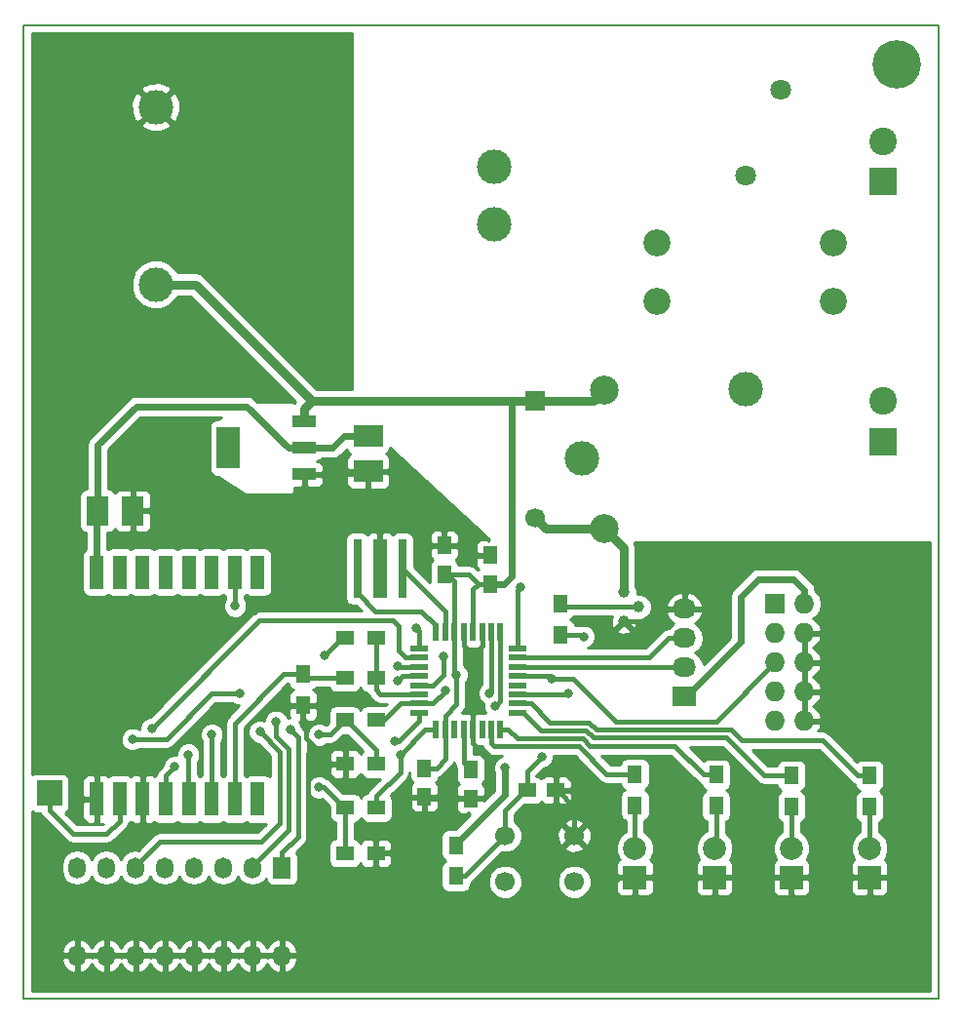
<source format=gtl>
G04 #@! TF.FileFunction,Copper,L1,Top,Signal*
%FSLAX46Y46*%
G04 Gerber Fmt 4.6, Leading zero omitted, Abs format (unit mm)*
G04 Created by KiCad (PCBNEW 4.1.0-alpha+201606220816+6945~45~ubuntu14.04.1-product) date Thu Jun 23 15:32:57 2016*
%MOMM*%
%LPD*%
G01*
G04 APERTURE LIST*
%ADD10C,0.100000*%
%ADD11C,0.150000*%
%ADD12C,4.200000*%
%ADD13C,3.000000*%
%ADD14R,1.250000X1.500000*%
%ADD15R,1.500000X1.250000*%
%ADD16R,2.499360X1.950720*%
%ADD17R,1.950720X2.499360*%
%ADD18R,1.727200X1.727200*%
%ADD19O,1.727200X1.727200*%
%ADD20R,2.000000X2.000000*%
%ADD21C,2.000000*%
%ADD22C,1.699260*%
%ADD23R,1.699260X1.699260*%
%ADD24R,0.550000X1.600000*%
%ADD25R,1.600000X0.550000*%
%ADD26R,2.032000X1.727200*%
%ADD27O,2.032000X1.727200*%
%ADD28R,2.235200X2.235200*%
%ADD29C,1.000760*%
%ADD30R,1.300000X1.500000*%
%ADD31R,1.500000X1.300000*%
%ADD32C,1.700000*%
%ADD33R,1.200000X3.000000*%
%ADD34R,2.032000X3.657600*%
%ADD35R,2.032000X1.016000*%
%ADD36C,2.400000*%
%ADD37R,2.400000X2.400000*%
%ADD38R,0.800000X5.100000*%
%ADD39R,1.300000X5.100000*%
%ADD40C,2.349500*%
%ADD41C,1.800000*%
%ADD42R,1.524000X1.824000*%
%ADD43O,1.524000X1.824000*%
%ADD44C,2.500000*%
%ADD45C,0.800000*%
%ADD46C,0.600000*%
%ADD47C,0.400000*%
%ADD48C,0.800000*%
%ADD49C,0.254000*%
G04 APERTURE END LIST*
D10*
D11*
X98298000Y-132207000D02*
X98298000Y-47688500D01*
X177736500Y-132207000D02*
X98298000Y-132207000D01*
X177736500Y-47688500D02*
X177736500Y-132207000D01*
X98298000Y-47688500D02*
X177736500Y-47688500D01*
D12*
X174117000Y-128397000D03*
X101727000Y-80073500D03*
X174117000Y-51117500D03*
X130175000Y-128270000D03*
X174117000Y-96964500D03*
D13*
X139160000Y-64984000D03*
X139160000Y-59984000D03*
X109760000Y-70184000D03*
X109760000Y-54784000D03*
D14*
X134810500Y-95357000D03*
X134810500Y-92857000D03*
X133096000Y-114681000D03*
X133096000Y-112181000D03*
X138811000Y-93682500D03*
X138811000Y-96182500D03*
X137096500Y-114808000D03*
X137096500Y-112308000D03*
D15*
X144506000Y-114109500D03*
X142006000Y-114109500D03*
D16*
X128206500Y-83375500D03*
X128206500Y-86423500D03*
D17*
X104711500Y-89852500D03*
X107759500Y-89852500D03*
D18*
X163576000Y-97917000D03*
D19*
X166116000Y-97917000D03*
X163576000Y-100457000D03*
X166116000Y-100457000D03*
X163576000Y-102997000D03*
X166116000Y-102997000D03*
X163576000Y-105537000D03*
X166116000Y-105537000D03*
X163576000Y-108077000D03*
X166116000Y-108077000D03*
D20*
X151384000Y-121666000D03*
D21*
X151384000Y-119126000D03*
D20*
X158305500Y-121666000D03*
D21*
X158305500Y-119126000D03*
D20*
X164973000Y-121666000D03*
D21*
X164973000Y-119126000D03*
D20*
X171767500Y-121666000D03*
D21*
X171767500Y-119126000D03*
D22*
X142748000Y-90487500D03*
D23*
X142748000Y-80327500D03*
D24*
X139706000Y-100334500D03*
X138906000Y-100334500D03*
X138106000Y-100334500D03*
X137306000Y-100334500D03*
X136506000Y-100334500D03*
X135706000Y-100334500D03*
X134906000Y-100334500D03*
X134106000Y-100334500D03*
D25*
X132656000Y-101784500D03*
X132656000Y-102584500D03*
X132656000Y-103384500D03*
X132656000Y-104184500D03*
X132656000Y-104984500D03*
X132656000Y-105784500D03*
X132656000Y-106584500D03*
X132656000Y-107384500D03*
D24*
X134106000Y-108834500D03*
X134906000Y-108834500D03*
X135706000Y-108834500D03*
X136506000Y-108834500D03*
X137306000Y-108834500D03*
X138106000Y-108834500D03*
X138906000Y-108834500D03*
X139706000Y-108834500D03*
D25*
X141156000Y-107384500D03*
X141156000Y-106584500D03*
X141156000Y-105784500D03*
X141156000Y-104984500D03*
X141156000Y-104184500D03*
X141156000Y-103384500D03*
X141156000Y-102584500D03*
X141156000Y-101784500D03*
D26*
X155702000Y-105981500D03*
D27*
X155702000Y-103441500D03*
X155702000Y-100901500D03*
X155702000Y-98361500D03*
D28*
X100520500Y-114363500D03*
D29*
X151701500Y-98171000D03*
X150431500Y-99441000D03*
X150431500Y-96901000D03*
D30*
X135826500Y-118872000D03*
X135826500Y-121572000D03*
D31*
X126174500Y-108013500D03*
X128874500Y-108013500D03*
X128905000Y-111823500D03*
X126205000Y-111823500D03*
X126174500Y-104330500D03*
X128874500Y-104330500D03*
D30*
X122555000Y-104043500D03*
X122555000Y-106743500D03*
D31*
X128921500Y-100901500D03*
X126221500Y-100901500D03*
D30*
X151384000Y-115396000D03*
X151384000Y-112696000D03*
X158432500Y-115459500D03*
X158432500Y-112759500D03*
X164973000Y-115523000D03*
X164973000Y-112823000D03*
D31*
X126238000Y-115633500D03*
X128938000Y-115633500D03*
X126174500Y-119570500D03*
X128874500Y-119570500D03*
D30*
X171767500Y-115523000D03*
X171767500Y-112823000D03*
X144907000Y-97900500D03*
X144907000Y-100600500D03*
D32*
X146113500Y-122047000D03*
X140113500Y-122047000D03*
X146113500Y-118047000D03*
X140113500Y-118047000D03*
D33*
X118617500Y-95171500D03*
X116617500Y-95171500D03*
X114617500Y-95171500D03*
X112617500Y-95171500D03*
X110617500Y-95171500D03*
X108617500Y-95171500D03*
X106617500Y-95171500D03*
X104617500Y-95171500D03*
X104617500Y-114871500D03*
X106617500Y-114871500D03*
X108617500Y-114871500D03*
X110617500Y-114871500D03*
X112617500Y-114871500D03*
X114617500Y-114871500D03*
X116617500Y-114871500D03*
X118617500Y-114871500D03*
D34*
X116078000Y-84391500D03*
D35*
X122682000Y-84391500D03*
X122682000Y-82105500D03*
X122682000Y-86677500D03*
D36*
X172974000Y-57777500D03*
D37*
X172974000Y-61277500D03*
D38*
X127272500Y-94869000D03*
D39*
X129222500Y-94869000D03*
D38*
X131172500Y-94869000D03*
D36*
X172974000Y-80320000D03*
D37*
X172974000Y-83820000D03*
D40*
X153311860Y-71691500D03*
X153311860Y-66611500D03*
X168633140Y-71691500D03*
X168633140Y-66611500D03*
D41*
X160972500Y-60769500D03*
X164072500Y-53269500D03*
D12*
X101600000Y-51308000D03*
D42*
X120713500Y-120840500D03*
D43*
X120713500Y-128460500D03*
X118173500Y-120840500D03*
X118173500Y-128460500D03*
X115633500Y-120840500D03*
X115633500Y-128460500D03*
X113093500Y-120840500D03*
X113093500Y-128460500D03*
X110553500Y-120840500D03*
X110553500Y-128460500D03*
X108013500Y-120840500D03*
X108013500Y-128460500D03*
X105473500Y-120840500D03*
X105473500Y-128460500D03*
X102933500Y-120840500D03*
X102933500Y-128460500D03*
D44*
X148722500Y-91361500D03*
D13*
X160972500Y-79311500D03*
D44*
X148722500Y-79361500D03*
D13*
X146772500Y-85311500D03*
D45*
X135890000Y-104076500D03*
X124396500Y-102425500D03*
X140081000Y-112141000D03*
X134937500Y-105410000D03*
X143289924Y-111204490D03*
X144145000Y-104394000D03*
X131000500Y-110998000D03*
X130556000Y-109855000D03*
X112585500Y-110998000D03*
X145605500Y-105727500D03*
X146939000Y-100774500D03*
X141413306Y-96449071D03*
X116649500Y-98107500D03*
X114617500Y-109283504D03*
X123952000Y-109283500D03*
X123952000Y-113855500D03*
X111390010Y-112077500D03*
X121447721Y-108844610D03*
X139255500Y-106807000D03*
X120205500Y-108140500D03*
X138747500Y-105664000D03*
X132397500Y-100012500D03*
X109400451Y-108757676D03*
X130810004Y-103314500D03*
X117095404Y-105718000D03*
X107736187Y-109657686D03*
X130810000Y-104584496D03*
X118808500Y-109029500D03*
X134747000Y-102489000D03*
D46*
X142748000Y-80327500D02*
X140716000Y-80327500D01*
X140716000Y-95502500D02*
X140036000Y-96182500D01*
X140716000Y-80327500D02*
X140716000Y-95502500D01*
X140036000Y-96182500D02*
X138811000Y-96182500D01*
D47*
X135890000Y-106650500D02*
X135890000Y-104076500D01*
X134906000Y-107634500D02*
X135890000Y-106650500D01*
X134906000Y-108834500D02*
X134906000Y-107634500D01*
X135706000Y-100334500D02*
X135706000Y-103892500D01*
X135706000Y-103892500D02*
X135890000Y-104076500D01*
X126221500Y-100901500D02*
X125920500Y-100901500D01*
X125920500Y-100901500D02*
X124396500Y-102425500D01*
D46*
X166116000Y-97917000D02*
X166116000Y-96695686D01*
X160591500Y-101244400D02*
X155854400Y-105981500D01*
X162115500Y-95758000D02*
X160591500Y-97282000D01*
X165178314Y-95758000D02*
X162115500Y-95758000D01*
X160591500Y-97282000D02*
X160591500Y-101244400D01*
X166116000Y-96695686D02*
X165178314Y-95758000D01*
X155854400Y-105981500D02*
X155702000Y-105981500D01*
D47*
X137786000Y-96182500D02*
X136960500Y-95357000D01*
X136960500Y-95357000D02*
X135171500Y-95357000D01*
X135171500Y-95357000D02*
X134810500Y-95357000D01*
X134810500Y-95357000D02*
X135108000Y-95357000D01*
X135706000Y-95955000D02*
X135706000Y-100334500D01*
X135108000Y-95357000D02*
X135706000Y-95955000D01*
D46*
X140081000Y-114517500D02*
X140081000Y-112141000D01*
X135826500Y-118772000D02*
X140081000Y-114517500D01*
D47*
X135826500Y-118872000D02*
X135826500Y-118772000D01*
D48*
X109760000Y-70184000D02*
X113208500Y-70184000D01*
X113208500Y-70184000D02*
X123352000Y-80327500D01*
X142748000Y-80327500D02*
X123352000Y-80327500D01*
X142748000Y-80327500D02*
X147756500Y-80327500D01*
X147756500Y-80327500D02*
X148722500Y-79361500D01*
X123352000Y-80327500D02*
X122682000Y-80997500D01*
X122682000Y-80997500D02*
X122682000Y-82105500D01*
D47*
X134121000Y-112181000D02*
X133096000Y-112181000D01*
X134906000Y-111396000D02*
X134121000Y-112181000D01*
X134906000Y-108834500D02*
X134906000Y-111396000D01*
X137306000Y-100334500D02*
X137306000Y-96662500D01*
X137306000Y-96662500D02*
X137786000Y-96182500D01*
X137786000Y-96182500D02*
X138811000Y-96182500D01*
X134810500Y-92857000D02*
X133179500Y-92857000D01*
X133179500Y-92857000D02*
X128206500Y-87884000D01*
X128206500Y-87884000D02*
X128206500Y-86423500D01*
X128874500Y-119570500D02*
X128874500Y-124142500D01*
X128874500Y-124142500D02*
X134596500Y-124142500D01*
X123571000Y-110339500D02*
X122820001Y-109588501D01*
X122820001Y-109588501D02*
X122820001Y-108158501D01*
X122820001Y-108158501D02*
X122555000Y-107893500D01*
X122555000Y-107893500D02*
X122555000Y-106743500D01*
X123571000Y-110339500D02*
X122988499Y-110922001D01*
X122988499Y-110922001D02*
X122988499Y-119813499D01*
X122988499Y-119813499D02*
X127317500Y-124142500D01*
X127317500Y-124142500D02*
X134596500Y-124142500D01*
X125055000Y-111823500D02*
X123571000Y-110339500D01*
X128874500Y-119570500D02*
X130302000Y-119570500D01*
X130302000Y-119570500D02*
X133096000Y-116776500D01*
X133096000Y-116776500D02*
X133096000Y-114681000D01*
X134810500Y-92857000D02*
X134830500Y-92837000D01*
X134830500Y-92837000D02*
X136779000Y-92837000D01*
X136779000Y-92837000D02*
X137604500Y-93662500D01*
X137604500Y-93662500D02*
X138791000Y-93662500D01*
X138791000Y-93662500D02*
X138811000Y-93682500D01*
X122682000Y-86677500D02*
X122682000Y-88011000D01*
X122682000Y-88011000D02*
X120840500Y-89852500D01*
X120840500Y-89852500D02*
X107759500Y-89852500D01*
X108617500Y-114871500D02*
X108617500Y-111887000D01*
X108617500Y-111887000D02*
X104838500Y-111887000D01*
X104838500Y-111887000D02*
X104617500Y-112108000D01*
X104617500Y-112108000D02*
X104617500Y-114871500D01*
X155702000Y-98361500D02*
X154286000Y-98361500D01*
X154286000Y-98361500D02*
X153206500Y-99441000D01*
X153206500Y-99441000D02*
X150431500Y-99441000D01*
X137306000Y-108834500D02*
X137306000Y-110034500D01*
X137306000Y-110034500D02*
X138938000Y-111666500D01*
X138938000Y-111666500D02*
X138938000Y-113991500D01*
X138938000Y-113991500D02*
X138121500Y-114808000D01*
X138121500Y-114808000D02*
X137096500Y-114808000D01*
X138684000Y-93555500D02*
X138811000Y-93682500D01*
X133223000Y-114808000D02*
X133096000Y-114681000D01*
X137096500Y-114808000D02*
X133223000Y-114808000D01*
X134596500Y-124142500D02*
X147507500Y-124142500D01*
X147507500Y-124142500D02*
X149984000Y-121666000D01*
X149984000Y-121666000D02*
X151384000Y-121666000D01*
X166116000Y-108077000D02*
X166116000Y-105537000D01*
X166116000Y-105537000D02*
X166116000Y-102997000D01*
X166116000Y-100457000D02*
X166116000Y-102997000D01*
X146113500Y-118047000D02*
X146113500Y-115592000D01*
X146113500Y-115592000D02*
X144631000Y-114109500D01*
X144631000Y-114109500D02*
X144506000Y-114109500D01*
X151384000Y-121666000D02*
X149732500Y-121666000D01*
X149732500Y-121666000D02*
X146113500Y-118047000D01*
X164973000Y-121666000D02*
X171767500Y-121666000D01*
X164973000Y-121666000D02*
X158305500Y-121666000D01*
X151384000Y-121666000D02*
X158305500Y-121666000D01*
X127889000Y-86741000D02*
X128206500Y-86423500D01*
X122682000Y-86677500D02*
X127952500Y-86677500D01*
X127952500Y-86677500D02*
X128206500Y-86423500D01*
X126205000Y-111823500D02*
X125055000Y-111823500D01*
X138106000Y-100334500D02*
X138106000Y-101534500D01*
X138106000Y-101534500D02*
X137306000Y-102334500D01*
X136506000Y-100334500D02*
X136506000Y-101534500D01*
X136506000Y-101534500D02*
X137306000Y-102334500D01*
X137306000Y-102334500D02*
X137306000Y-108834500D01*
X136506000Y-108834500D02*
X136506000Y-111717500D01*
X136506000Y-111717500D02*
X137096500Y-112308000D01*
D46*
X122682000Y-84391500D02*
X121285000Y-84391500D01*
X104711500Y-84137500D02*
X104711500Y-89852500D01*
X108077000Y-80772000D02*
X104711500Y-84137500D01*
X117665500Y-80772000D02*
X108077000Y-80772000D01*
X121285000Y-84391500D02*
X117665500Y-80772000D01*
X104617500Y-95171500D02*
X104617500Y-89946500D01*
X104617500Y-89946500D02*
X104711500Y-89852500D01*
X128206500Y-83375500D02*
X126156820Y-83375500D01*
X126156820Y-83375500D02*
X125140820Y-84391500D01*
X125140820Y-84391500D02*
X122682000Y-84391500D01*
D47*
X132656000Y-106584500D02*
X131032500Y-106584500D01*
X131032500Y-106584500D02*
X129603500Y-108013500D01*
X129603500Y-108013500D02*
X128874500Y-108013500D01*
X134937500Y-105503000D02*
X134937500Y-105410000D01*
X133856000Y-106584500D02*
X134937500Y-105503000D01*
X132656000Y-106584500D02*
X133856000Y-106584500D01*
X149733000Y-108140500D02*
X145986500Y-104394000D01*
X145986500Y-104394000D02*
X144145000Y-104394000D01*
X158432500Y-108140500D02*
X149733000Y-108140500D01*
X163576000Y-102997000D02*
X158432500Y-108140500D01*
X142006000Y-112488414D02*
X143289924Y-111204490D01*
X142006000Y-114109500D02*
X142006000Y-112488414D01*
X143935500Y-104184500D02*
X144145000Y-104394000D01*
X141156000Y-104184500D02*
X143935500Y-104184500D01*
X140113500Y-118047000D02*
X136588500Y-121572000D01*
X136588500Y-121572000D02*
X135826500Y-121572000D01*
X140113500Y-118047000D02*
X140113500Y-115877000D01*
X140113500Y-115877000D02*
X141881000Y-114109500D01*
X141881000Y-114109500D02*
X142006000Y-114109500D01*
X131000500Y-112521000D02*
X131000500Y-110998000D01*
X128938000Y-114583500D02*
X131000500Y-112521000D01*
X128938000Y-115633500D02*
X128938000Y-114583500D01*
X133164000Y-108834500D02*
X131000500Y-110998000D01*
X134106000Y-108834500D02*
X133164000Y-108834500D01*
X132656000Y-108059500D02*
X130860500Y-109855000D01*
X132656000Y-107384500D02*
X132656000Y-108059500D01*
X130860500Y-109855000D02*
X130556000Y-109855000D01*
X112585500Y-110998000D02*
X112585500Y-114839500D01*
X112585500Y-114839500D02*
X112617500Y-114871500D01*
X151384000Y-115396000D02*
X151384000Y-119126000D01*
X158432500Y-115459500D02*
X158432500Y-118999000D01*
X158432500Y-118999000D02*
X158305500Y-119126000D01*
X164973000Y-115523000D02*
X164973000Y-119126000D01*
X171767500Y-119126000D02*
X171767500Y-115523000D01*
D48*
X148722500Y-91361500D02*
X150431500Y-93070500D01*
X150431500Y-93070500D02*
X150431500Y-96901000D01*
X148722500Y-91361500D02*
X143622000Y-91361500D01*
X143622000Y-91361500D02*
X142748000Y-90487500D01*
D47*
X134906000Y-100334500D02*
X134906000Y-98584000D01*
X134906000Y-98584000D02*
X131191000Y-94869000D01*
X131191000Y-94869000D02*
X131172500Y-94869000D01*
X132848500Y-98552000D02*
X128805500Y-98552000D01*
X134106000Y-100334500D02*
X134106000Y-99809500D01*
X134106000Y-99809500D02*
X132848500Y-98552000D01*
X127272500Y-97019000D02*
X127272500Y-94869000D01*
X128805500Y-98552000D02*
X127272500Y-97019000D01*
X132656000Y-105784500D02*
X129278500Y-105784500D01*
X129278500Y-105784500D02*
X128874500Y-105380500D01*
X128874500Y-105380500D02*
X128874500Y-104330500D01*
X128874500Y-104330500D02*
X128874500Y-100948500D01*
X128874500Y-100948500D02*
X128921500Y-100901500D01*
X146540128Y-110304488D02*
X148931640Y-112696000D01*
X139175988Y-110304488D02*
X146540128Y-110304488D01*
X148931640Y-112696000D02*
X151384000Y-112696000D01*
X138906000Y-110034500D02*
X139175988Y-110304488D01*
X138906000Y-108834500D02*
X138906000Y-110034500D01*
X157382500Y-112759500D02*
X158432500Y-112759500D01*
X140381000Y-108834500D02*
X141150977Y-109604477D01*
X147466138Y-110240533D02*
X154863533Y-110240533D01*
X139706000Y-108834500D02*
X140381000Y-108834500D01*
X146830082Y-109604477D02*
X147466138Y-110240533D01*
X154863533Y-110240533D02*
X157382500Y-112759500D01*
X141150977Y-109604477D02*
X146830082Y-109604477D01*
X162633035Y-112823000D02*
X164973000Y-112823000D01*
X159350557Y-109540522D02*
X162633035Y-112823000D01*
X147756092Y-109540522D02*
X159350557Y-109540522D01*
X147120036Y-108904466D02*
X147756092Y-109540522D01*
X143200966Y-108904466D02*
X147120036Y-108904466D01*
X141681000Y-107384500D02*
X143200966Y-108904466D01*
X141156000Y-107384500D02*
X141681000Y-107384500D01*
X143975955Y-108204455D02*
X142356000Y-106584500D01*
X147409990Y-108204455D02*
X143975955Y-108204455D01*
X148046046Y-108840511D02*
X147409990Y-108204455D01*
X159704011Y-108840511D02*
X148046046Y-108840511D01*
X160655000Y-109791500D02*
X159704011Y-108840511D01*
X167686000Y-109791500D02*
X160655000Y-109791500D01*
X170717500Y-112823000D02*
X167686000Y-109791500D01*
X171767500Y-112823000D02*
X170717500Y-112823000D01*
X142356000Y-106584500D02*
X141156000Y-106584500D01*
X145548500Y-105784500D02*
X145605500Y-105727500D01*
X141156000Y-105784500D02*
X145548500Y-105784500D01*
X146765000Y-100600500D02*
X146939000Y-100774500D01*
X144907000Y-100600500D02*
X146765000Y-100600500D01*
X141156000Y-103384500D02*
X155645000Y-103384500D01*
X155645000Y-103384500D02*
X155702000Y-103441500D01*
X152603000Y-102584500D02*
X141156000Y-102584500D01*
X155702000Y-100901500D02*
X154286000Y-100901500D01*
X154286000Y-100901500D02*
X152603000Y-102584500D01*
X141156000Y-96706377D02*
X141413306Y-96449071D01*
X141156000Y-101784500D02*
X141156000Y-96706377D01*
X116649500Y-98107500D02*
X116649500Y-95203500D01*
X116649500Y-95203500D02*
X116617500Y-95171500D01*
X105469500Y-117919500D02*
X102558900Y-117919500D01*
X102558900Y-117919500D02*
X100520500Y-115881100D01*
X100520500Y-115881100D02*
X100520500Y-114363500D01*
X106617500Y-114871500D02*
X106617500Y-116771500D01*
X106617500Y-116771500D02*
X105469500Y-117919500D01*
X151701500Y-98171000D02*
X145177500Y-98171000D01*
X145177500Y-98171000D02*
X144907000Y-97900500D01*
X114617500Y-114871500D02*
X114617500Y-109283504D01*
X123952000Y-109283500D02*
X124904500Y-109283500D01*
X124904500Y-109283500D02*
X126174500Y-108013500D01*
X128905000Y-111823500D02*
X128905000Y-110644000D01*
X128905000Y-110644000D02*
X126274500Y-108013500D01*
X126274500Y-108013500D02*
X126174500Y-108013500D01*
X120874998Y-104043500D02*
X116617500Y-108300998D01*
X122555000Y-104043500D02*
X120874998Y-104043500D01*
X116617500Y-108300998D02*
X116617500Y-114871500D01*
X126174500Y-104330500D02*
X122842000Y-104330500D01*
X122842000Y-104330500D02*
X122555000Y-104043500D01*
X126238000Y-115633500D02*
X126138000Y-115633500D01*
X124360000Y-113855500D02*
X123952000Y-113855500D01*
X126138000Y-115633500D02*
X124360000Y-113855500D01*
X110617500Y-112850010D02*
X111390010Y-112077500D01*
X110617500Y-114871500D02*
X110617500Y-112850010D01*
X126174500Y-119570500D02*
X126174500Y-115697000D01*
X126174500Y-115697000D02*
X126238000Y-115633500D01*
X120713500Y-120840500D02*
X120713500Y-119528500D01*
X120713500Y-119528500D02*
X122110500Y-118131500D01*
X122110500Y-118131500D02*
X122110500Y-109507389D01*
X122110500Y-109507389D02*
X121447721Y-108844610D01*
X139706000Y-100334500D02*
X139706000Y-106356500D01*
X139706000Y-106356500D02*
X139255500Y-106807000D01*
X118173500Y-120840500D02*
X118173500Y-120690500D01*
X118173500Y-120690500D02*
X121285000Y-117579000D01*
X121285000Y-117579000D02*
X121285000Y-110490000D01*
X121285000Y-110490000D02*
X120205500Y-109410500D01*
X120205500Y-109410500D02*
X120205500Y-108140500D01*
X138906000Y-100334500D02*
X138906000Y-105505500D01*
X138906000Y-105505500D02*
X138747500Y-105664000D01*
X132656000Y-101784500D02*
X132656000Y-100271000D01*
X132656000Y-100271000D02*
X132397500Y-100012500D01*
X132656000Y-102584500D02*
X131456000Y-102584500D01*
X131456000Y-102584500D02*
X130873500Y-102002000D01*
X130873500Y-102002000D02*
X130873500Y-99885500D01*
X130873500Y-99885500D02*
X130365500Y-99377500D01*
X130365500Y-99377500D02*
X118780627Y-99377500D01*
X118780627Y-99377500D02*
X109400451Y-108757676D01*
X132656000Y-103384500D02*
X130880004Y-103384500D01*
X130880004Y-103384500D02*
X130810004Y-103314500D01*
X107736187Y-109657686D02*
X110687314Y-109657686D01*
X110687314Y-109657686D02*
X114627000Y-105718000D01*
X114627000Y-105718000D02*
X117095404Y-105718000D01*
X108013500Y-120840500D02*
X108013500Y-120690500D01*
X108013500Y-120690500D02*
X110149500Y-118554500D01*
X110149500Y-118554500D02*
X118935500Y-118554500D01*
X118935500Y-118554500D02*
X120523000Y-116967000D01*
X120523000Y-116967000D02*
X120523000Y-110744000D01*
X120523000Y-110744000D02*
X118808500Y-109029500D01*
X132656000Y-104184500D02*
X131209996Y-104184500D01*
X131209996Y-104184500D02*
X130810000Y-104584496D01*
X108013500Y-120990500D02*
X108013500Y-120840500D01*
X134747000Y-104093500D02*
X134747000Y-102489000D01*
X133856000Y-104984500D02*
X134747000Y-104093500D01*
X132656000Y-104984500D02*
X133856000Y-104984500D01*
D49*
G36*
X126809500Y-79292500D02*
X123780711Y-79292500D01*
X113940356Y-69452144D01*
X113604577Y-69227785D01*
X113208500Y-69148999D01*
X113208495Y-69149000D01*
X111642420Y-69149000D01*
X111571020Y-68976200D01*
X110970959Y-68375091D01*
X110186541Y-68049372D01*
X109337185Y-68048630D01*
X108552200Y-68372980D01*
X107951091Y-68973041D01*
X107625372Y-69757459D01*
X107624630Y-70606815D01*
X107948980Y-71391800D01*
X108549041Y-71992909D01*
X109333459Y-72318628D01*
X110182815Y-72319370D01*
X110967800Y-71995020D01*
X111568909Y-71394959D01*
X111641974Y-71219000D01*
X112779788Y-71219000D01*
X121900592Y-80339804D01*
X121790368Y-80504767D01*
X121783333Y-80469399D01*
X121755803Y-80428197D01*
X121714601Y-80400667D01*
X121666000Y-80391000D01*
X118606790Y-80391000D01*
X118326645Y-80110855D01*
X118023309Y-79908173D01*
X117665500Y-79837000D01*
X108077000Y-79837000D01*
X107719191Y-79908173D01*
X107415855Y-80110855D01*
X104050355Y-83476355D01*
X103847673Y-83779691D01*
X103776500Y-84137500D01*
X103776500Y-87955380D01*
X103736140Y-87955380D01*
X103488375Y-88004663D01*
X103278331Y-88145011D01*
X103137983Y-88355055D01*
X103088700Y-88602820D01*
X103088700Y-91102180D01*
X103137983Y-91349945D01*
X103278331Y-91559989D01*
X103488375Y-91700337D01*
X103682500Y-91738950D01*
X103682500Y-93131632D01*
X103559691Y-93213691D01*
X103419343Y-93423735D01*
X103370060Y-93671500D01*
X103370060Y-96671500D01*
X103419343Y-96919265D01*
X103559691Y-97129309D01*
X103769735Y-97269657D01*
X104017500Y-97318940D01*
X105217500Y-97318940D01*
X105465265Y-97269657D01*
X105617500Y-97167936D01*
X105769735Y-97269657D01*
X106017500Y-97318940D01*
X107217500Y-97318940D01*
X107465265Y-97269657D01*
X107617500Y-97167936D01*
X107769735Y-97269657D01*
X108017500Y-97318940D01*
X109217500Y-97318940D01*
X109465265Y-97269657D01*
X109617500Y-97167936D01*
X109769735Y-97269657D01*
X110017500Y-97318940D01*
X111217500Y-97318940D01*
X111465265Y-97269657D01*
X111617500Y-97167936D01*
X111769735Y-97269657D01*
X112017500Y-97318940D01*
X113217500Y-97318940D01*
X113465265Y-97269657D01*
X113617500Y-97167936D01*
X113769735Y-97269657D01*
X114017500Y-97318940D01*
X115217500Y-97318940D01*
X115465265Y-97269657D01*
X115617500Y-97167936D01*
X115769735Y-97269657D01*
X115814500Y-97278561D01*
X115814500Y-97478608D01*
X115772581Y-97520454D01*
X115614680Y-97900723D01*
X115614321Y-98312471D01*
X115771558Y-98693015D01*
X116062454Y-98984419D01*
X116442723Y-99142320D01*
X116854471Y-99142679D01*
X117235015Y-98985442D01*
X117526419Y-98694546D01*
X117684320Y-98314277D01*
X117684679Y-97902529D01*
X117527442Y-97521985D01*
X117484500Y-97478968D01*
X117484500Y-97256804D01*
X117617500Y-97167936D01*
X117769735Y-97269657D01*
X118017500Y-97318940D01*
X119217500Y-97318940D01*
X119465265Y-97269657D01*
X119675309Y-97129309D01*
X119815657Y-96919265D01*
X119864940Y-96671500D01*
X119864940Y-93671500D01*
X119815657Y-93423735D01*
X119675309Y-93213691D01*
X119465265Y-93073343D01*
X119217500Y-93024060D01*
X118017500Y-93024060D01*
X117769735Y-93073343D01*
X117617500Y-93175064D01*
X117465265Y-93073343D01*
X117217500Y-93024060D01*
X116017500Y-93024060D01*
X115769735Y-93073343D01*
X115617500Y-93175064D01*
X115465265Y-93073343D01*
X115217500Y-93024060D01*
X114017500Y-93024060D01*
X113769735Y-93073343D01*
X113617500Y-93175064D01*
X113465265Y-93073343D01*
X113217500Y-93024060D01*
X112017500Y-93024060D01*
X111769735Y-93073343D01*
X111617500Y-93175064D01*
X111465265Y-93073343D01*
X111217500Y-93024060D01*
X110017500Y-93024060D01*
X109769735Y-93073343D01*
X109617500Y-93175064D01*
X109465265Y-93073343D01*
X109217500Y-93024060D01*
X108017500Y-93024060D01*
X107769735Y-93073343D01*
X107617500Y-93175064D01*
X107465265Y-93073343D01*
X107217500Y-93024060D01*
X106017500Y-93024060D01*
X105769735Y-93073343D01*
X105617500Y-93175064D01*
X105552500Y-93131632D01*
X105552500Y-91749620D01*
X105686860Y-91749620D01*
X105934625Y-91700337D01*
X106144669Y-91559989D01*
X106232194Y-91429000D01*
X106245813Y-91461879D01*
X106424442Y-91640507D01*
X106657831Y-91737180D01*
X107473750Y-91737180D01*
X107632500Y-91578430D01*
X107632500Y-89979500D01*
X107886500Y-89979500D01*
X107886500Y-91578430D01*
X108045250Y-91737180D01*
X108861169Y-91737180D01*
X109094558Y-91640507D01*
X109273187Y-91461879D01*
X109369860Y-91228490D01*
X109369860Y-90138250D01*
X109211110Y-89979500D01*
X107886500Y-89979500D01*
X107632500Y-89979500D01*
X107612500Y-89979500D01*
X107612500Y-89725500D01*
X107632500Y-89725500D01*
X107632500Y-88126570D01*
X107886500Y-88126570D01*
X107886500Y-89725500D01*
X109211110Y-89725500D01*
X109369860Y-89566750D01*
X109369860Y-88476510D01*
X109273187Y-88243121D01*
X109094558Y-88064493D01*
X108861169Y-87967820D01*
X108045250Y-87967820D01*
X107886500Y-88126570D01*
X107632500Y-88126570D01*
X107473750Y-87967820D01*
X106657831Y-87967820D01*
X106424442Y-88064493D01*
X106245813Y-88243121D01*
X106232194Y-88276000D01*
X106144669Y-88145011D01*
X105934625Y-88004663D01*
X105686860Y-87955380D01*
X105646500Y-87955380D01*
X105646500Y-84524790D01*
X108464290Y-81707000D01*
X115416296Y-81707000D01*
X115096468Y-81915260D01*
X115062000Y-81915260D01*
X114814235Y-81964543D01*
X114604191Y-82104891D01*
X114463843Y-82314935D01*
X114414560Y-82562700D01*
X114414560Y-86220300D01*
X114463843Y-86468065D01*
X114604191Y-86678109D01*
X114814235Y-86818457D01*
X115062000Y-86867740D01*
X115176067Y-86867740D01*
X117403989Y-88370292D01*
X117426399Y-88382333D01*
X117475000Y-88392000D01*
X121666000Y-88392000D01*
X121714601Y-88382333D01*
X121755803Y-88354803D01*
X121783333Y-88313601D01*
X121793000Y-88265000D01*
X121793000Y-87820500D01*
X122396250Y-87820500D01*
X122555000Y-87661750D01*
X122555000Y-86804500D01*
X122809000Y-86804500D01*
X122809000Y-87661750D01*
X122967750Y-87820500D01*
X123824310Y-87820500D01*
X124057699Y-87723827D01*
X124236327Y-87545198D01*
X124333000Y-87311809D01*
X124333000Y-86963250D01*
X124174250Y-86804500D01*
X122809000Y-86804500D01*
X122555000Y-86804500D01*
X122535000Y-86804500D01*
X122535000Y-86709250D01*
X126321820Y-86709250D01*
X126321820Y-87525169D01*
X126418493Y-87758558D01*
X126597121Y-87937187D01*
X126830510Y-88033860D01*
X127920750Y-88033860D01*
X128079500Y-87875110D01*
X128079500Y-86550500D01*
X128333500Y-86550500D01*
X128333500Y-87875110D01*
X128492250Y-88033860D01*
X129582490Y-88033860D01*
X129815879Y-87937187D01*
X129994507Y-87758558D01*
X130091180Y-87525169D01*
X130091180Y-86709250D01*
X129932430Y-86550500D01*
X128333500Y-86550500D01*
X128079500Y-86550500D01*
X126480570Y-86550500D01*
X126321820Y-86709250D01*
X122535000Y-86709250D01*
X122535000Y-86550500D01*
X122555000Y-86550500D01*
X122555000Y-86530500D01*
X122809000Y-86530500D01*
X122809000Y-86550500D01*
X124174250Y-86550500D01*
X124333000Y-86391750D01*
X124333000Y-86043191D01*
X124236327Y-85809802D01*
X124057699Y-85631173D01*
X123824310Y-85534500D01*
X123760541Y-85534500D01*
X123945765Y-85497657D01*
X124155809Y-85357309D01*
X124176395Y-85326500D01*
X125140820Y-85326500D01*
X125498629Y-85255327D01*
X125801965Y-85052645D01*
X126341628Y-84512982D01*
X126358663Y-84598625D01*
X126499011Y-84808669D01*
X126630000Y-84896194D01*
X126597121Y-84909813D01*
X126418493Y-85088442D01*
X126321820Y-85321831D01*
X126321820Y-86137750D01*
X126480570Y-86296500D01*
X128079500Y-86296500D01*
X128079500Y-86276500D01*
X128333500Y-86276500D01*
X128333500Y-86296500D01*
X129932430Y-86296500D01*
X130091180Y-86137750D01*
X130091180Y-85321831D01*
X129994507Y-85088442D01*
X129815879Y-84909813D01*
X129783000Y-84896194D01*
X129913989Y-84808669D01*
X130054337Y-84598625D01*
X130102843Y-84354766D01*
X138767645Y-92297500D01*
X138683998Y-92297500D01*
X138683998Y-92456248D01*
X138525250Y-92297500D01*
X138059690Y-92297500D01*
X137826301Y-92394173D01*
X137647673Y-92572802D01*
X137551000Y-92806191D01*
X137551000Y-93396750D01*
X137709750Y-93555500D01*
X138684000Y-93555500D01*
X138684000Y-93535500D01*
X138938000Y-93535500D01*
X138938000Y-93555500D01*
X138958000Y-93555500D01*
X138958000Y-93809500D01*
X138938000Y-93809500D01*
X138938000Y-93829500D01*
X138684000Y-93829500D01*
X138684000Y-93809500D01*
X137709750Y-93809500D01*
X137551000Y-93968250D01*
X137551000Y-94558809D01*
X137647673Y-94792198D01*
X137789320Y-94933846D01*
X137746695Y-94962327D01*
X137550934Y-94766566D01*
X137514168Y-94742000D01*
X137280041Y-94585561D01*
X136960500Y-94522000D01*
X136066033Y-94522000D01*
X136033657Y-94359235D01*
X135893309Y-94149191D01*
X135832180Y-94108346D01*
X135973827Y-93966698D01*
X136070500Y-93733309D01*
X136070500Y-93142750D01*
X135911750Y-92984000D01*
X134937500Y-92984000D01*
X134937500Y-93004000D01*
X134683500Y-93004000D01*
X134683500Y-92984000D01*
X133709250Y-92984000D01*
X133550500Y-93142750D01*
X133550500Y-93733309D01*
X133647173Y-93966698D01*
X133788820Y-94108346D01*
X133727691Y-94149191D01*
X133587343Y-94359235D01*
X133538060Y-94607000D01*
X133538060Y-96035192D01*
X132219940Y-94717072D01*
X132219940Y-92319000D01*
X132170657Y-92071235D01*
X132110157Y-91980691D01*
X133550500Y-91980691D01*
X133550500Y-92571250D01*
X133709250Y-92730000D01*
X134683500Y-92730000D01*
X134683500Y-91630750D01*
X134937500Y-91630750D01*
X134937500Y-92730000D01*
X135911750Y-92730000D01*
X136070500Y-92571250D01*
X136070500Y-91980691D01*
X135973827Y-91747302D01*
X135795199Y-91568673D01*
X135561810Y-91472000D01*
X135096250Y-91472000D01*
X134937500Y-91630750D01*
X134683500Y-91630750D01*
X134524750Y-91472000D01*
X134059190Y-91472000D01*
X133825801Y-91568673D01*
X133647173Y-91747302D01*
X133550500Y-91980691D01*
X132110157Y-91980691D01*
X132030309Y-91861191D01*
X131820265Y-91720843D01*
X131572500Y-91671560D01*
X130772500Y-91671560D01*
X130524735Y-91720843D01*
X130314691Y-91861191D01*
X130313900Y-91862375D01*
X130232198Y-91780673D01*
X129998809Y-91684000D01*
X129508250Y-91684000D01*
X129349500Y-91842750D01*
X129349500Y-94742000D01*
X129369500Y-94742000D01*
X129369500Y-94996000D01*
X129349500Y-94996000D01*
X129349500Y-95016000D01*
X129095500Y-95016000D01*
X129095500Y-94996000D01*
X129075500Y-94996000D01*
X129075500Y-94742000D01*
X129095500Y-94742000D01*
X129095500Y-91842750D01*
X128936750Y-91684000D01*
X128446191Y-91684000D01*
X128212802Y-91780673D01*
X128131100Y-91862375D01*
X128130309Y-91861191D01*
X127920265Y-91720843D01*
X127672500Y-91671560D01*
X126872500Y-91671560D01*
X126624735Y-91720843D01*
X126414691Y-91861191D01*
X126274343Y-92071235D01*
X126225060Y-92319000D01*
X126225060Y-97419000D01*
X126274343Y-97666765D01*
X126414691Y-97876809D01*
X126624735Y-98017157D01*
X126872500Y-98066440D01*
X127139072Y-98066440D01*
X127615132Y-98542500D01*
X118780627Y-98542500D01*
X118461086Y-98606061D01*
X118289777Y-98720526D01*
X118190193Y-98787066D01*
X109254710Y-107722549D01*
X109195480Y-107722497D01*
X108814936Y-107879734D01*
X108523532Y-108170630D01*
X108365631Y-108550899D01*
X108365394Y-108822686D01*
X108365079Y-108822686D01*
X108323233Y-108780767D01*
X107942964Y-108622866D01*
X107531216Y-108622507D01*
X107150672Y-108779744D01*
X106859268Y-109070640D01*
X106701367Y-109450909D01*
X106701008Y-109862657D01*
X106858245Y-110243201D01*
X107149141Y-110534605D01*
X107529410Y-110692506D01*
X107941158Y-110692865D01*
X108321702Y-110535628D01*
X108364719Y-110492686D01*
X110687314Y-110492686D01*
X111006855Y-110429125D01*
X111277748Y-110248120D01*
X114972868Y-106553000D01*
X116466512Y-106553000D01*
X116508358Y-106594919D01*
X116888627Y-106752820D01*
X116984726Y-106752904D01*
X116027066Y-107710564D01*
X115846061Y-107981457D01*
X115782500Y-108300998D01*
X115782500Y-112770804D01*
X115769735Y-112773343D01*
X115617500Y-112875064D01*
X115465265Y-112773343D01*
X115452500Y-112770804D01*
X115452500Y-109912396D01*
X115494419Y-109870550D01*
X115652320Y-109490281D01*
X115652679Y-109078533D01*
X115495442Y-108697989D01*
X115204546Y-108406585D01*
X114824277Y-108248684D01*
X114412529Y-108248325D01*
X114031985Y-108405562D01*
X113740581Y-108696458D01*
X113582680Y-109076727D01*
X113582321Y-109488475D01*
X113739558Y-109869019D01*
X113782500Y-109912036D01*
X113782500Y-112770804D01*
X113769735Y-112773343D01*
X113617500Y-112875064D01*
X113465265Y-112773343D01*
X113420500Y-112764439D01*
X113420500Y-111626892D01*
X113462419Y-111585046D01*
X113620320Y-111204777D01*
X113620679Y-110793029D01*
X113463442Y-110412485D01*
X113172546Y-110121081D01*
X112792277Y-109963180D01*
X112380529Y-109962821D01*
X111999985Y-110120058D01*
X111708581Y-110410954D01*
X111550680Y-110791223D01*
X111550461Y-111042640D01*
X111185039Y-111042321D01*
X110804495Y-111199558D01*
X110513091Y-111490454D01*
X110355190Y-111870723D01*
X110355137Y-111931505D01*
X110027066Y-112259576D01*
X109846061Y-112530469D01*
X109798904Y-112767541D01*
X109769735Y-112773343D01*
X109618453Y-112874427D01*
X109577199Y-112833173D01*
X109343810Y-112736500D01*
X108903250Y-112736500D01*
X108744500Y-112895250D01*
X108744500Y-114744500D01*
X108764500Y-114744500D01*
X108764500Y-114998500D01*
X108744500Y-114998500D01*
X108744500Y-116847750D01*
X108903250Y-117006500D01*
X109343810Y-117006500D01*
X109577199Y-116909827D01*
X109618453Y-116868573D01*
X109769735Y-116969657D01*
X110017500Y-117018940D01*
X111217500Y-117018940D01*
X111465265Y-116969657D01*
X111617500Y-116867936D01*
X111769735Y-116969657D01*
X112017500Y-117018940D01*
X113217500Y-117018940D01*
X113465265Y-116969657D01*
X113617500Y-116867936D01*
X113769735Y-116969657D01*
X114017500Y-117018940D01*
X115217500Y-117018940D01*
X115465265Y-116969657D01*
X115617500Y-116867936D01*
X115769735Y-116969657D01*
X116017500Y-117018940D01*
X117217500Y-117018940D01*
X117465265Y-116969657D01*
X117617500Y-116867936D01*
X117769735Y-116969657D01*
X118017500Y-117018940D01*
X119217500Y-117018940D01*
X119308241Y-117000891D01*
X118589632Y-117719500D01*
X110149500Y-117719500D01*
X109829959Y-117783061D01*
X109693508Y-117874235D01*
X109559066Y-117964066D01*
X108219053Y-119304079D01*
X108013500Y-119263192D01*
X107478891Y-119369532D01*
X107025672Y-119672364D01*
X106743500Y-120094663D01*
X106461328Y-119672364D01*
X106008109Y-119369532D01*
X105473500Y-119263192D01*
X104938891Y-119369532D01*
X104485672Y-119672364D01*
X104203500Y-120094663D01*
X103921328Y-119672364D01*
X103468109Y-119369532D01*
X102933500Y-119263192D01*
X102398891Y-119369532D01*
X101945672Y-119672364D01*
X101642840Y-120125583D01*
X101536500Y-120660192D01*
X101536500Y-121020808D01*
X101642840Y-121555417D01*
X101945672Y-122008636D01*
X102398891Y-122311468D01*
X102933500Y-122417808D01*
X103468109Y-122311468D01*
X103921328Y-122008636D01*
X104203500Y-121586337D01*
X104485672Y-122008636D01*
X104938891Y-122311468D01*
X105473500Y-122417808D01*
X106008109Y-122311468D01*
X106461328Y-122008636D01*
X106743500Y-121586337D01*
X107025672Y-122008636D01*
X107478891Y-122311468D01*
X108013500Y-122417808D01*
X108548109Y-122311468D01*
X109001328Y-122008636D01*
X109283500Y-121586337D01*
X109565672Y-122008636D01*
X110018891Y-122311468D01*
X110553500Y-122417808D01*
X111088109Y-122311468D01*
X111541328Y-122008636D01*
X111823500Y-121586337D01*
X112105672Y-122008636D01*
X112558891Y-122311468D01*
X113093500Y-122417808D01*
X113628109Y-122311468D01*
X114081328Y-122008636D01*
X114363500Y-121586337D01*
X114645672Y-122008636D01*
X115098891Y-122311468D01*
X115633500Y-122417808D01*
X116168109Y-122311468D01*
X116621328Y-122008636D01*
X116903500Y-121586337D01*
X117185672Y-122008636D01*
X117638891Y-122311468D01*
X118173500Y-122417808D01*
X118708109Y-122311468D01*
X119161328Y-122008636D01*
X119310578Y-121785268D01*
X119353343Y-122000265D01*
X119493691Y-122210309D01*
X119703735Y-122350657D01*
X119951500Y-122399940D01*
X121475500Y-122399940D01*
X121723265Y-122350657D01*
X121933309Y-122210309D01*
X122073657Y-122000265D01*
X122122940Y-121752500D01*
X122122940Y-119928500D01*
X122073657Y-119680735D01*
X121940866Y-119482002D01*
X122700934Y-118721934D01*
X122757395Y-118637434D01*
X122881939Y-118451041D01*
X122945500Y-118131500D01*
X122945500Y-114129880D01*
X123074058Y-114441015D01*
X123364954Y-114732419D01*
X123745223Y-114890320D01*
X124156971Y-114890679D01*
X124197546Y-114873914D01*
X124840560Y-115516928D01*
X124840560Y-116283500D01*
X124889843Y-116531265D01*
X125030191Y-116741309D01*
X125240235Y-116881657D01*
X125339500Y-116901402D01*
X125339500Y-118289967D01*
X125176735Y-118322343D01*
X124966691Y-118462691D01*
X124826343Y-118672735D01*
X124777060Y-118920500D01*
X124777060Y-120220500D01*
X124826343Y-120468265D01*
X124966691Y-120678309D01*
X125176735Y-120818657D01*
X125424500Y-120867940D01*
X126924500Y-120867940D01*
X127172265Y-120818657D01*
X127382309Y-120678309D01*
X127522657Y-120468265D01*
X127528221Y-120440291D01*
X127586173Y-120580199D01*
X127764802Y-120758827D01*
X127998191Y-120855500D01*
X128588750Y-120855500D01*
X128747500Y-120696750D01*
X128747500Y-119697500D01*
X129001500Y-119697500D01*
X129001500Y-120696750D01*
X129160250Y-120855500D01*
X129750809Y-120855500D01*
X129984198Y-120758827D01*
X130162827Y-120580199D01*
X130259500Y-120346810D01*
X130259500Y-119856250D01*
X130100750Y-119697500D01*
X129001500Y-119697500D01*
X128747500Y-119697500D01*
X128727500Y-119697500D01*
X128727500Y-119443500D01*
X128747500Y-119443500D01*
X128747500Y-118444250D01*
X129001500Y-118444250D01*
X129001500Y-119443500D01*
X130100750Y-119443500D01*
X130259500Y-119284750D01*
X130259500Y-118794190D01*
X130162827Y-118560801D01*
X129984198Y-118382173D01*
X129750809Y-118285500D01*
X129160250Y-118285500D01*
X129001500Y-118444250D01*
X128747500Y-118444250D01*
X128588750Y-118285500D01*
X127998191Y-118285500D01*
X127764802Y-118382173D01*
X127586173Y-118560801D01*
X127528221Y-118700709D01*
X127522657Y-118672735D01*
X127382309Y-118462691D01*
X127172265Y-118322343D01*
X127009500Y-118289967D01*
X127009500Y-116926663D01*
X127235765Y-116881657D01*
X127445809Y-116741309D01*
X127586157Y-116531265D01*
X127588000Y-116522000D01*
X127589843Y-116531265D01*
X127730191Y-116741309D01*
X127940235Y-116881657D01*
X128188000Y-116930940D01*
X129688000Y-116930940D01*
X129935765Y-116881657D01*
X130145809Y-116741309D01*
X130286157Y-116531265D01*
X130335440Y-116283500D01*
X130335440Y-114983500D01*
X130332109Y-114966750D01*
X131836000Y-114966750D01*
X131836000Y-115557309D01*
X131932673Y-115790698D01*
X132111301Y-115969327D01*
X132344690Y-116066000D01*
X132810250Y-116066000D01*
X132969000Y-115907250D01*
X132969000Y-114808000D01*
X133223000Y-114808000D01*
X133223000Y-115907250D01*
X133381750Y-116066000D01*
X133847310Y-116066000D01*
X134080699Y-115969327D01*
X134259327Y-115790698D01*
X134356000Y-115557309D01*
X134356000Y-114966750D01*
X134197250Y-114808000D01*
X133223000Y-114808000D01*
X132969000Y-114808000D01*
X131994750Y-114808000D01*
X131836000Y-114966750D01*
X130332109Y-114966750D01*
X130286157Y-114735735D01*
X130158173Y-114544195D01*
X131590934Y-113111434D01*
X131654701Y-113016000D01*
X131771939Y-112840541D01*
X131823560Y-112581026D01*
X131823560Y-112931000D01*
X131872843Y-113178765D01*
X132013191Y-113388809D01*
X132074320Y-113429654D01*
X131932673Y-113571302D01*
X131836000Y-113804691D01*
X131836000Y-114395250D01*
X131994750Y-114554000D01*
X132969000Y-114554000D01*
X132969000Y-114534000D01*
X133223000Y-114534000D01*
X133223000Y-114554000D01*
X134197250Y-114554000D01*
X134356000Y-114395250D01*
X134356000Y-113804691D01*
X134259327Y-113571302D01*
X134117680Y-113429654D01*
X134178809Y-113388809D01*
X134319157Y-113178765D01*
X134361030Y-112968255D01*
X134440541Y-112952439D01*
X134711434Y-112771434D01*
X135496434Y-111986434D01*
X135672177Y-111723417D01*
X135734561Y-112037041D01*
X135824060Y-112170986D01*
X135824060Y-113058000D01*
X135873343Y-113305765D01*
X136013691Y-113515809D01*
X136074820Y-113556654D01*
X135933173Y-113698302D01*
X135836500Y-113931691D01*
X135836500Y-114522250D01*
X135995250Y-114681000D01*
X136969500Y-114681000D01*
X136969500Y-114661000D01*
X137223500Y-114661000D01*
X137223500Y-114681000D01*
X138197750Y-114681000D01*
X138356500Y-114522250D01*
X138356500Y-113931691D01*
X138259827Y-113698302D01*
X138118180Y-113556654D01*
X138179309Y-113515809D01*
X138319657Y-113305765D01*
X138368940Y-113058000D01*
X138368940Y-111558000D01*
X138319657Y-111310235D01*
X138179309Y-111100191D01*
X137969265Y-110959843D01*
X137721500Y-110910560D01*
X137341000Y-110910560D01*
X137341000Y-110269500D01*
X137433002Y-110269500D01*
X137433002Y-110132274D01*
X137497862Y-110175612D01*
X137591750Y-110269500D01*
X137707310Y-110269500D01*
X137727148Y-110261283D01*
X137831000Y-110281940D01*
X138120219Y-110281940D01*
X138134561Y-110354041D01*
X138255210Y-110534605D01*
X138315566Y-110624934D01*
X138585554Y-110894922D01*
X138856448Y-111075928D01*
X139175988Y-111139488D01*
X139794548Y-111139488D01*
X139495485Y-111263058D01*
X139204081Y-111553954D01*
X139046180Y-111934223D01*
X139045821Y-112345971D01*
X139146000Y-112588424D01*
X139146000Y-114130210D01*
X138269480Y-115006730D01*
X138197750Y-114935000D01*
X137223500Y-114935000D01*
X137223500Y-114955000D01*
X136969500Y-114955000D01*
X136969500Y-114935000D01*
X135995250Y-114935000D01*
X135836500Y-115093750D01*
X135836500Y-115684309D01*
X135933173Y-115917698D01*
X136111801Y-116096327D01*
X136345190Y-116193000D01*
X136810750Y-116193000D01*
X136969498Y-116034252D01*
X136969498Y-116193000D01*
X137083210Y-116193000D01*
X135801650Y-117474560D01*
X135176500Y-117474560D01*
X134928735Y-117523843D01*
X134718691Y-117664191D01*
X134578343Y-117874235D01*
X134529060Y-118122000D01*
X134529060Y-119622000D01*
X134578343Y-119869765D01*
X134718691Y-120079809D01*
X134928735Y-120220157D01*
X134938000Y-120222000D01*
X134928735Y-120223843D01*
X134718691Y-120364191D01*
X134578343Y-120574235D01*
X134529060Y-120822000D01*
X134529060Y-122322000D01*
X134578343Y-122569765D01*
X134718691Y-122779809D01*
X134928735Y-122920157D01*
X135176500Y-122969440D01*
X136476500Y-122969440D01*
X136724265Y-122920157D01*
X136934309Y-122779809D01*
X137074657Y-122569765D01*
X137120143Y-122341089D01*
X138628243Y-122341089D01*
X138853844Y-122887086D01*
X139271217Y-123305188D01*
X139816819Y-123531742D01*
X140407589Y-123532257D01*
X140953586Y-123306656D01*
X141371688Y-122889283D01*
X141598242Y-122343681D01*
X141598244Y-122341089D01*
X144628243Y-122341089D01*
X144853844Y-122887086D01*
X145271217Y-123305188D01*
X145816819Y-123531742D01*
X146407589Y-123532257D01*
X146953586Y-123306656D01*
X147371688Y-122889283D01*
X147598242Y-122343681D01*
X147598583Y-121951750D01*
X149749000Y-121951750D01*
X149749000Y-122792310D01*
X149845673Y-123025699D01*
X150024302Y-123204327D01*
X150257691Y-123301000D01*
X151098250Y-123301000D01*
X151257000Y-123142250D01*
X151257000Y-121793000D01*
X151511000Y-121793000D01*
X151511000Y-123142250D01*
X151669750Y-123301000D01*
X152510309Y-123301000D01*
X152743698Y-123204327D01*
X152922327Y-123025699D01*
X153019000Y-122792310D01*
X153019000Y-121951750D01*
X156670500Y-121951750D01*
X156670500Y-122792310D01*
X156767173Y-123025699D01*
X156945802Y-123204327D01*
X157179191Y-123301000D01*
X158019750Y-123301000D01*
X158178500Y-123142250D01*
X158178500Y-121793000D01*
X158432500Y-121793000D01*
X158432500Y-123142250D01*
X158591250Y-123301000D01*
X159431809Y-123301000D01*
X159665198Y-123204327D01*
X159843827Y-123025699D01*
X159940500Y-122792310D01*
X159940500Y-121951750D01*
X163338000Y-121951750D01*
X163338000Y-122792310D01*
X163434673Y-123025699D01*
X163613302Y-123204327D01*
X163846691Y-123301000D01*
X164687250Y-123301000D01*
X164846000Y-123142250D01*
X164846000Y-121793000D01*
X165100000Y-121793000D01*
X165100000Y-123142250D01*
X165258750Y-123301000D01*
X166099309Y-123301000D01*
X166332698Y-123204327D01*
X166511327Y-123025699D01*
X166608000Y-122792310D01*
X166608000Y-121951750D01*
X170132500Y-121951750D01*
X170132500Y-122792310D01*
X170229173Y-123025699D01*
X170407802Y-123204327D01*
X170641191Y-123301000D01*
X171481750Y-123301000D01*
X171640500Y-123142250D01*
X171640500Y-121793000D01*
X171894500Y-121793000D01*
X171894500Y-123142250D01*
X172053250Y-123301000D01*
X172893809Y-123301000D01*
X173127198Y-123204327D01*
X173305827Y-123025699D01*
X173402500Y-122792310D01*
X173402500Y-121951750D01*
X173243750Y-121793000D01*
X171894500Y-121793000D01*
X171640500Y-121793000D01*
X170291250Y-121793000D01*
X170132500Y-121951750D01*
X166608000Y-121951750D01*
X166449250Y-121793000D01*
X165100000Y-121793000D01*
X164846000Y-121793000D01*
X163496750Y-121793000D01*
X163338000Y-121951750D01*
X159940500Y-121951750D01*
X159781750Y-121793000D01*
X158432500Y-121793000D01*
X158178500Y-121793000D01*
X156829250Y-121793000D01*
X156670500Y-121951750D01*
X153019000Y-121951750D01*
X152860250Y-121793000D01*
X151511000Y-121793000D01*
X151257000Y-121793000D01*
X149907750Y-121793000D01*
X149749000Y-121951750D01*
X147598583Y-121951750D01*
X147598757Y-121752911D01*
X147373156Y-121206914D01*
X146955783Y-120788812D01*
X146410181Y-120562258D01*
X145819411Y-120561743D01*
X145273414Y-120787344D01*
X144855312Y-121204717D01*
X144628758Y-121750319D01*
X144628243Y-122341089D01*
X141598244Y-122341089D01*
X141598757Y-121752911D01*
X141373156Y-121206914D01*
X140955783Y-120788812D01*
X140410181Y-120562258D01*
X139819411Y-120561743D01*
X139273414Y-120787344D01*
X138855312Y-121204717D01*
X138628758Y-121750319D01*
X138628243Y-122341089D01*
X137120143Y-122341089D01*
X137123940Y-122322000D01*
X137123940Y-122199180D01*
X137178934Y-122162434D01*
X139811736Y-119529632D01*
X139816819Y-119531742D01*
X140407589Y-119532257D01*
X140953586Y-119306656D01*
X141169660Y-119090958D01*
X145249147Y-119090958D01*
X145329420Y-119342259D01*
X145884779Y-119543718D01*
X146474958Y-119517315D01*
X146897580Y-119342259D01*
X146977853Y-119090958D01*
X146113500Y-118226605D01*
X145249147Y-119090958D01*
X141169660Y-119090958D01*
X141371688Y-118889283D01*
X141598242Y-118343681D01*
X141598700Y-117818279D01*
X144616782Y-117818279D01*
X144643185Y-118408458D01*
X144818241Y-118831080D01*
X145069542Y-118911353D01*
X145933895Y-118047000D01*
X146293105Y-118047000D01*
X147157458Y-118911353D01*
X147408759Y-118831080D01*
X147610218Y-118275721D01*
X147583815Y-117685542D01*
X147408759Y-117262920D01*
X147157458Y-117182647D01*
X146293105Y-118047000D01*
X145933895Y-118047000D01*
X145069542Y-117182647D01*
X144818241Y-117262920D01*
X144616782Y-117818279D01*
X141598700Y-117818279D01*
X141598757Y-117752911D01*
X141373156Y-117206914D01*
X141169640Y-117003042D01*
X145249147Y-117003042D01*
X146113500Y-117867395D01*
X146977853Y-117003042D01*
X146897580Y-116751741D01*
X146342221Y-116550282D01*
X145752042Y-116576685D01*
X145329420Y-116751741D01*
X145249147Y-117003042D01*
X141169640Y-117003042D01*
X140955783Y-116788812D01*
X140948500Y-116785788D01*
X140948500Y-116222868D01*
X141789428Y-115381940D01*
X142756000Y-115381940D01*
X143003765Y-115332657D01*
X143213809Y-115192309D01*
X143254654Y-115131180D01*
X143396302Y-115272827D01*
X143629691Y-115369500D01*
X144220250Y-115369500D01*
X144379000Y-115210750D01*
X144379000Y-114236500D01*
X144633000Y-114236500D01*
X144633000Y-115210750D01*
X144791750Y-115369500D01*
X145382309Y-115369500D01*
X145615698Y-115272827D01*
X145794327Y-115094199D01*
X145891000Y-114860810D01*
X145891000Y-114395250D01*
X145732250Y-114236500D01*
X144633000Y-114236500D01*
X144379000Y-114236500D01*
X144359000Y-114236500D01*
X144359000Y-113982500D01*
X144379000Y-113982500D01*
X144379000Y-113008250D01*
X144633000Y-113008250D01*
X144633000Y-113982500D01*
X145732250Y-113982500D01*
X145891000Y-113823750D01*
X145891000Y-113358190D01*
X145794327Y-113124801D01*
X145615698Y-112946173D01*
X145382309Y-112849500D01*
X144791750Y-112849500D01*
X144633000Y-113008250D01*
X144379000Y-113008250D01*
X144220250Y-112849500D01*
X143629691Y-112849500D01*
X143396302Y-112946173D01*
X143254654Y-113087820D01*
X143213809Y-113026691D01*
X143003765Y-112886343D01*
X142841000Y-112853967D01*
X142841000Y-112834282D01*
X143435665Y-112239617D01*
X143494895Y-112239669D01*
X143875439Y-112082432D01*
X144166843Y-111791536D01*
X144324744Y-111411267D01*
X144324981Y-111139488D01*
X146194260Y-111139488D01*
X148341206Y-113286434D01*
X148612100Y-113467440D01*
X148931640Y-113531000D01*
X150103467Y-113531000D01*
X150135843Y-113693765D01*
X150276191Y-113903809D01*
X150486235Y-114044157D01*
X150495500Y-114046000D01*
X150486235Y-114047843D01*
X150276191Y-114188191D01*
X150135843Y-114398235D01*
X150086560Y-114646000D01*
X150086560Y-116146000D01*
X150135843Y-116393765D01*
X150276191Y-116603809D01*
X150486235Y-116744157D01*
X150549000Y-116756642D01*
X150549000Y-117701942D01*
X150459057Y-117739106D01*
X149998722Y-118198637D01*
X149749284Y-118799352D01*
X149748716Y-119449795D01*
X149997106Y-120050943D01*
X150059251Y-120113197D01*
X150024302Y-120127673D01*
X149845673Y-120306301D01*
X149749000Y-120539690D01*
X149749000Y-121380250D01*
X149907750Y-121539000D01*
X151257000Y-121539000D01*
X151257000Y-121519000D01*
X151511000Y-121519000D01*
X151511000Y-121539000D01*
X152860250Y-121539000D01*
X153019000Y-121380250D01*
X153019000Y-120539690D01*
X152922327Y-120306301D01*
X152743698Y-120127673D01*
X152709166Y-120113370D01*
X152769278Y-120053363D01*
X153018716Y-119452648D01*
X153019284Y-118802205D01*
X152770894Y-118201057D01*
X152311363Y-117740722D01*
X152219000Y-117702370D01*
X152219000Y-116756642D01*
X152281765Y-116744157D01*
X152491809Y-116603809D01*
X152632157Y-116393765D01*
X152681440Y-116146000D01*
X152681440Y-114646000D01*
X152632157Y-114398235D01*
X152491809Y-114188191D01*
X152281765Y-114047843D01*
X152272500Y-114046000D01*
X152281765Y-114044157D01*
X152491809Y-113903809D01*
X152632157Y-113693765D01*
X152681440Y-113446000D01*
X152681440Y-111946000D01*
X152632157Y-111698235D01*
X152491809Y-111488191D01*
X152281765Y-111347843D01*
X152034000Y-111298560D01*
X150734000Y-111298560D01*
X150486235Y-111347843D01*
X150276191Y-111488191D01*
X150135843Y-111698235D01*
X150103467Y-111861000D01*
X149277508Y-111861000D01*
X148492041Y-111075533D01*
X154517665Y-111075533D01*
X156792066Y-113349934D01*
X157062959Y-113530939D01*
X157142470Y-113546755D01*
X157184343Y-113757265D01*
X157324691Y-113967309D01*
X157534735Y-114107657D01*
X157544000Y-114109500D01*
X157534735Y-114111343D01*
X157324691Y-114251691D01*
X157184343Y-114461735D01*
X157135060Y-114709500D01*
X157135060Y-116209500D01*
X157184343Y-116457265D01*
X157324691Y-116667309D01*
X157534735Y-116807657D01*
X157597500Y-116820142D01*
X157597500Y-117649467D01*
X157380557Y-117739106D01*
X156920222Y-118198637D01*
X156670784Y-118799352D01*
X156670216Y-119449795D01*
X156918606Y-120050943D01*
X156980751Y-120113197D01*
X156945802Y-120127673D01*
X156767173Y-120306301D01*
X156670500Y-120539690D01*
X156670500Y-121380250D01*
X156829250Y-121539000D01*
X158178500Y-121539000D01*
X158178500Y-121519000D01*
X158432500Y-121519000D01*
X158432500Y-121539000D01*
X159781750Y-121539000D01*
X159940500Y-121380250D01*
X159940500Y-120539690D01*
X159843827Y-120306301D01*
X159665198Y-120127673D01*
X159630666Y-120113370D01*
X159690778Y-120053363D01*
X159940216Y-119452648D01*
X159940784Y-118802205D01*
X159692394Y-118201057D01*
X159267500Y-117775420D01*
X159267500Y-116820142D01*
X159330265Y-116807657D01*
X159540309Y-116667309D01*
X159680657Y-116457265D01*
X159729940Y-116209500D01*
X159729940Y-114709500D01*
X159680657Y-114461735D01*
X159540309Y-114251691D01*
X159330265Y-114111343D01*
X159321000Y-114109500D01*
X159330265Y-114107657D01*
X159540309Y-113967309D01*
X159680657Y-113757265D01*
X159729940Y-113509500D01*
X159729940Y-112009500D01*
X159680657Y-111761735D01*
X159540309Y-111551691D01*
X159330265Y-111411343D01*
X159082500Y-111362060D01*
X157782500Y-111362060D01*
X157534735Y-111411343D01*
X157343195Y-111539327D01*
X156179390Y-110375522D01*
X159004689Y-110375522D01*
X162042601Y-113413434D01*
X162313494Y-113594439D01*
X162633035Y-113658000D01*
X163692467Y-113658000D01*
X163724843Y-113820765D01*
X163865191Y-114030809D01*
X164075235Y-114171157D01*
X164084500Y-114173000D01*
X164075235Y-114174843D01*
X163865191Y-114315191D01*
X163724843Y-114525235D01*
X163675560Y-114773000D01*
X163675560Y-116273000D01*
X163724843Y-116520765D01*
X163865191Y-116730809D01*
X164075235Y-116871157D01*
X164138000Y-116883642D01*
X164138000Y-117701942D01*
X164048057Y-117739106D01*
X163587722Y-118198637D01*
X163338284Y-118799352D01*
X163337716Y-119449795D01*
X163586106Y-120050943D01*
X163648251Y-120113197D01*
X163613302Y-120127673D01*
X163434673Y-120306301D01*
X163338000Y-120539690D01*
X163338000Y-121380250D01*
X163496750Y-121539000D01*
X164846000Y-121539000D01*
X164846000Y-121519000D01*
X165100000Y-121519000D01*
X165100000Y-121539000D01*
X166449250Y-121539000D01*
X166608000Y-121380250D01*
X166608000Y-120539690D01*
X166511327Y-120306301D01*
X166332698Y-120127673D01*
X166298166Y-120113370D01*
X166358278Y-120053363D01*
X166607716Y-119452648D01*
X166608284Y-118802205D01*
X166359894Y-118201057D01*
X165900363Y-117740722D01*
X165808000Y-117702370D01*
X165808000Y-116883642D01*
X165870765Y-116871157D01*
X166080809Y-116730809D01*
X166221157Y-116520765D01*
X166270440Y-116273000D01*
X166270440Y-114773000D01*
X166221157Y-114525235D01*
X166080809Y-114315191D01*
X165870765Y-114174843D01*
X165861500Y-114173000D01*
X165870765Y-114171157D01*
X166080809Y-114030809D01*
X166221157Y-113820765D01*
X166270440Y-113573000D01*
X166270440Y-112073000D01*
X166221157Y-111825235D01*
X166080809Y-111615191D01*
X165870765Y-111474843D01*
X165623000Y-111425560D01*
X164323000Y-111425560D01*
X164075235Y-111474843D01*
X163865191Y-111615191D01*
X163724843Y-111825235D01*
X163692467Y-111988000D01*
X162978903Y-111988000D01*
X161617403Y-110626500D01*
X167340132Y-110626500D01*
X170127066Y-113413434D01*
X170397959Y-113594439D01*
X170477470Y-113610255D01*
X170519343Y-113820765D01*
X170659691Y-114030809D01*
X170869735Y-114171157D01*
X170879000Y-114173000D01*
X170869735Y-114174843D01*
X170659691Y-114315191D01*
X170519343Y-114525235D01*
X170470060Y-114773000D01*
X170470060Y-116273000D01*
X170519343Y-116520765D01*
X170659691Y-116730809D01*
X170869735Y-116871157D01*
X170932500Y-116883642D01*
X170932500Y-117701942D01*
X170842557Y-117739106D01*
X170382222Y-118198637D01*
X170132784Y-118799352D01*
X170132216Y-119449795D01*
X170380606Y-120050943D01*
X170442751Y-120113197D01*
X170407802Y-120127673D01*
X170229173Y-120306301D01*
X170132500Y-120539690D01*
X170132500Y-121380250D01*
X170291250Y-121539000D01*
X171640500Y-121539000D01*
X171640500Y-121519000D01*
X171894500Y-121519000D01*
X171894500Y-121539000D01*
X173243750Y-121539000D01*
X173402500Y-121380250D01*
X173402500Y-120539690D01*
X173305827Y-120306301D01*
X173127198Y-120127673D01*
X173092666Y-120113370D01*
X173152778Y-120053363D01*
X173402216Y-119452648D01*
X173402784Y-118802205D01*
X173154394Y-118201057D01*
X172694863Y-117740722D01*
X172602500Y-117702370D01*
X172602500Y-116883642D01*
X172665265Y-116871157D01*
X172875309Y-116730809D01*
X173015657Y-116520765D01*
X173064940Y-116273000D01*
X173064940Y-114773000D01*
X173015657Y-114525235D01*
X172875309Y-114315191D01*
X172665265Y-114174843D01*
X172656000Y-114173000D01*
X172665265Y-114171157D01*
X172875309Y-114030809D01*
X173015657Y-113820765D01*
X173064940Y-113573000D01*
X173064940Y-112073000D01*
X173015657Y-111825235D01*
X172875309Y-111615191D01*
X172665265Y-111474843D01*
X172417500Y-111425560D01*
X171117500Y-111425560D01*
X170869735Y-111474843D01*
X170678195Y-111602827D01*
X168276434Y-109201066D01*
X168206056Y-109154041D01*
X168005541Y-109020061D01*
X167686000Y-108956500D01*
X167303256Y-108956500D01*
X167398688Y-108851947D01*
X167570958Y-108436026D01*
X167449817Y-108204000D01*
X166243000Y-108204000D01*
X166243000Y-108224000D01*
X165989000Y-108224000D01*
X165989000Y-108204000D01*
X165969000Y-108204000D01*
X165969000Y-107950000D01*
X165989000Y-107950000D01*
X165989000Y-105664000D01*
X166243000Y-105664000D01*
X166243000Y-107950000D01*
X167449817Y-107950000D01*
X167570958Y-107717974D01*
X167398688Y-107302053D01*
X167004490Y-106870179D01*
X166869687Y-106807000D01*
X167004490Y-106743821D01*
X167398688Y-106311947D01*
X167570958Y-105896026D01*
X167449817Y-105664000D01*
X166243000Y-105664000D01*
X165989000Y-105664000D01*
X165969000Y-105664000D01*
X165969000Y-105410000D01*
X165989000Y-105410000D01*
X165989000Y-103124000D01*
X166243000Y-103124000D01*
X166243000Y-105410000D01*
X167449817Y-105410000D01*
X167570958Y-105177974D01*
X167398688Y-104762053D01*
X167004490Y-104330179D01*
X166869687Y-104267000D01*
X167004490Y-104203821D01*
X167398688Y-103771947D01*
X167570958Y-103356026D01*
X167449817Y-103124000D01*
X166243000Y-103124000D01*
X165989000Y-103124000D01*
X165969000Y-103124000D01*
X165969000Y-102870000D01*
X165989000Y-102870000D01*
X165989000Y-100584000D01*
X166243000Y-100584000D01*
X166243000Y-102870000D01*
X167449817Y-102870000D01*
X167570958Y-102637974D01*
X167398688Y-102222053D01*
X167004490Y-101790179D01*
X166869687Y-101727000D01*
X167004490Y-101663821D01*
X167398688Y-101231947D01*
X167570958Y-100816026D01*
X167449817Y-100584000D01*
X166243000Y-100584000D01*
X165989000Y-100584000D01*
X165969000Y-100584000D01*
X165969000Y-100330000D01*
X165989000Y-100330000D01*
X165989000Y-100310000D01*
X166243000Y-100310000D01*
X166243000Y-100330000D01*
X167449817Y-100330000D01*
X167570958Y-100097974D01*
X167398688Y-99682053D01*
X167004490Y-99250179D01*
X166881772Y-99192664D01*
X167205029Y-98976670D01*
X167529885Y-98490489D01*
X167643959Y-97917000D01*
X167529885Y-97343511D01*
X167205029Y-96857330D01*
X167051000Y-96754411D01*
X167051000Y-96695686D01*
X166979827Y-96337877D01*
X166777145Y-96034541D01*
X165839459Y-95096855D01*
X165536123Y-94894173D01*
X165178314Y-94823000D01*
X162115500Y-94823000D01*
X161757691Y-94894173D01*
X161454355Y-95096855D01*
X159930355Y-96620855D01*
X159727673Y-96924191D01*
X159656500Y-97282000D01*
X159656500Y-100857110D01*
X157333376Y-103180234D01*
X157271271Y-102868011D01*
X156946415Y-102381830D01*
X156631634Y-102171500D01*
X156946415Y-101961170D01*
X157271271Y-101474989D01*
X157385345Y-100901500D01*
X157271271Y-100328011D01*
X156946415Y-99841830D01*
X156636931Y-99635039D01*
X157052732Y-99263536D01*
X157306709Y-98736291D01*
X157309358Y-98720526D01*
X157188217Y-98488500D01*
X155829000Y-98488500D01*
X155829000Y-98508500D01*
X155575000Y-98508500D01*
X155575000Y-98488500D01*
X154215783Y-98488500D01*
X154094642Y-98720526D01*
X154097291Y-98736291D01*
X154351268Y-99263536D01*
X154767069Y-99635039D01*
X154457585Y-99841830D01*
X154307465Y-100066500D01*
X154286000Y-100066500D01*
X153966459Y-100130061D01*
X153835641Y-100217471D01*
X153695566Y-100311066D01*
X152257132Y-101749500D01*
X147289616Y-101749500D01*
X147524515Y-101652442D01*
X147815919Y-101361546D01*
X147973820Y-100981277D01*
X147974179Y-100569529D01*
X147834460Y-100231381D01*
X149820724Y-100231381D01*
X149857918Y-100446532D01*
X150286380Y-100589491D01*
X150736935Y-100557602D01*
X151005082Y-100446532D01*
X151042276Y-100231381D01*
X150431500Y-99620605D01*
X149820724Y-100231381D01*
X147834460Y-100231381D01*
X147816942Y-100188985D01*
X147526046Y-99897581D01*
X147145777Y-99739680D01*
X146734029Y-99739321D01*
X146670671Y-99765500D01*
X146187533Y-99765500D01*
X146155157Y-99602735D01*
X146014809Y-99392691D01*
X145804765Y-99252343D01*
X145795500Y-99250500D01*
X145804765Y-99248657D01*
X146014809Y-99108309D01*
X146083170Y-99006000D01*
X149379729Y-99006000D01*
X149283009Y-99295880D01*
X149314898Y-99746435D01*
X149425968Y-100014582D01*
X149641119Y-100051776D01*
X150251895Y-99441000D01*
X150237753Y-99426858D01*
X150417358Y-99247253D01*
X150431500Y-99261395D01*
X150445643Y-99247253D01*
X150625248Y-99426858D01*
X150611105Y-99441000D01*
X151221881Y-100051776D01*
X151437032Y-100014582D01*
X151579991Y-99586120D01*
X151560183Y-99306257D01*
X151926350Y-99306576D01*
X152343801Y-99134089D01*
X152663467Y-98814981D01*
X152836682Y-98397832D01*
X152837026Y-98002474D01*
X154094642Y-98002474D01*
X154215783Y-98234500D01*
X155575000Y-98234500D01*
X155575000Y-97020576D01*
X155829000Y-97020576D01*
X155829000Y-98234500D01*
X157188217Y-98234500D01*
X157309358Y-98002474D01*
X157306709Y-97986709D01*
X157052732Y-97459464D01*
X156616320Y-97069546D01*
X156063913Y-96876316D01*
X155829000Y-97020576D01*
X155575000Y-97020576D01*
X155340087Y-96876316D01*
X154787680Y-97069546D01*
X154351268Y-97459464D01*
X154097291Y-97986709D01*
X154094642Y-98002474D01*
X152837026Y-98002474D01*
X152837076Y-97946150D01*
X152664589Y-97528699D01*
X152345481Y-97209033D01*
X151928332Y-97035818D01*
X151566763Y-97035503D01*
X151567076Y-96676150D01*
X151466500Y-96432737D01*
X151466500Y-93070505D01*
X151466501Y-93070500D01*
X151387715Y-92674423D01*
X151326628Y-92583000D01*
X177026500Y-92583000D01*
X177026500Y-131497000D01*
X99008000Y-131497000D01*
X99008000Y-128806485D01*
X101549071Y-128806485D01*
X101729455Y-129321365D01*
X102093144Y-129728022D01*
X102584769Y-129964546D01*
X102590430Y-129964720D01*
X102806500Y-129842220D01*
X102806500Y-128587500D01*
X103060500Y-128587500D01*
X103060500Y-129842220D01*
X103276570Y-129964720D01*
X103282231Y-129964546D01*
X103773856Y-129728022D01*
X104137545Y-129321365D01*
X104203500Y-129133106D01*
X104269455Y-129321365D01*
X104633144Y-129728022D01*
X105124769Y-129964546D01*
X105130430Y-129964720D01*
X105346500Y-129842220D01*
X105346500Y-128587500D01*
X105600500Y-128587500D01*
X105600500Y-129842220D01*
X105816570Y-129964720D01*
X105822231Y-129964546D01*
X106313856Y-129728022D01*
X106677545Y-129321365D01*
X106743500Y-129133106D01*
X106809455Y-129321365D01*
X107173144Y-129728022D01*
X107664769Y-129964546D01*
X107670430Y-129964720D01*
X107886500Y-129842220D01*
X107886500Y-128587500D01*
X108140500Y-128587500D01*
X108140500Y-129842220D01*
X108356570Y-129964720D01*
X108362231Y-129964546D01*
X108853856Y-129728022D01*
X109217545Y-129321365D01*
X109283500Y-129133106D01*
X109349455Y-129321365D01*
X109713144Y-129728022D01*
X110204769Y-129964546D01*
X110210430Y-129964720D01*
X110426500Y-129842220D01*
X110426500Y-128587500D01*
X110680500Y-128587500D01*
X110680500Y-129842220D01*
X110896570Y-129964720D01*
X110902231Y-129964546D01*
X111393856Y-129728022D01*
X111757545Y-129321365D01*
X111823500Y-129133106D01*
X111889455Y-129321365D01*
X112253144Y-129728022D01*
X112744769Y-129964546D01*
X112750430Y-129964720D01*
X112966500Y-129842220D01*
X112966500Y-128587500D01*
X113220500Y-128587500D01*
X113220500Y-129842220D01*
X113436570Y-129964720D01*
X113442231Y-129964546D01*
X113933856Y-129728022D01*
X114297545Y-129321365D01*
X114363500Y-129133106D01*
X114429455Y-129321365D01*
X114793144Y-129728022D01*
X115284769Y-129964546D01*
X115290430Y-129964720D01*
X115506500Y-129842220D01*
X115506500Y-128587500D01*
X115760500Y-128587500D01*
X115760500Y-129842220D01*
X115976570Y-129964720D01*
X115982231Y-129964546D01*
X116473856Y-129728022D01*
X116837545Y-129321365D01*
X116903500Y-129133106D01*
X116969455Y-129321365D01*
X117333144Y-129728022D01*
X117824769Y-129964546D01*
X117830430Y-129964720D01*
X118046500Y-129842220D01*
X118046500Y-128587500D01*
X118300500Y-128587500D01*
X118300500Y-129842220D01*
X118516570Y-129964720D01*
X118522231Y-129964546D01*
X119013856Y-129728022D01*
X119377545Y-129321365D01*
X119443500Y-129133106D01*
X119509455Y-129321365D01*
X119873144Y-129728022D01*
X120364769Y-129964546D01*
X120370430Y-129964720D01*
X120586500Y-129842220D01*
X120586500Y-128587500D01*
X120840500Y-128587500D01*
X120840500Y-129842220D01*
X121056570Y-129964720D01*
X121062231Y-129964546D01*
X121553856Y-129728022D01*
X121917545Y-129321365D01*
X122097929Y-128806485D01*
X121952793Y-128587500D01*
X120840500Y-128587500D01*
X120586500Y-128587500D01*
X119474207Y-128587500D01*
X119443500Y-128633832D01*
X119412793Y-128587500D01*
X118300500Y-128587500D01*
X118046500Y-128587500D01*
X116934207Y-128587500D01*
X116903500Y-128633832D01*
X116872793Y-128587500D01*
X115760500Y-128587500D01*
X115506500Y-128587500D01*
X114394207Y-128587500D01*
X114363500Y-128633832D01*
X114332793Y-128587500D01*
X113220500Y-128587500D01*
X112966500Y-128587500D01*
X111854207Y-128587500D01*
X111823500Y-128633832D01*
X111792793Y-128587500D01*
X110680500Y-128587500D01*
X110426500Y-128587500D01*
X109314207Y-128587500D01*
X109283500Y-128633832D01*
X109252793Y-128587500D01*
X108140500Y-128587500D01*
X107886500Y-128587500D01*
X106774207Y-128587500D01*
X106743500Y-128633832D01*
X106712793Y-128587500D01*
X105600500Y-128587500D01*
X105346500Y-128587500D01*
X104234207Y-128587500D01*
X104203500Y-128633832D01*
X104172793Y-128587500D01*
X103060500Y-128587500D01*
X102806500Y-128587500D01*
X101694207Y-128587500D01*
X101549071Y-128806485D01*
X99008000Y-128806485D01*
X99008000Y-128114515D01*
X101549071Y-128114515D01*
X101694207Y-128333500D01*
X102806500Y-128333500D01*
X102806500Y-127078780D01*
X103060500Y-127078780D01*
X103060500Y-128333500D01*
X104172793Y-128333500D01*
X104203500Y-128287168D01*
X104234207Y-128333500D01*
X105346500Y-128333500D01*
X105346500Y-127078780D01*
X105600500Y-127078780D01*
X105600500Y-128333500D01*
X106712793Y-128333500D01*
X106743500Y-128287168D01*
X106774207Y-128333500D01*
X107886500Y-128333500D01*
X107886500Y-127078780D01*
X108140500Y-127078780D01*
X108140500Y-128333500D01*
X109252793Y-128333500D01*
X109283500Y-128287168D01*
X109314207Y-128333500D01*
X110426500Y-128333500D01*
X110426500Y-127078780D01*
X110680500Y-127078780D01*
X110680500Y-128333500D01*
X111792793Y-128333500D01*
X111823500Y-128287168D01*
X111854207Y-128333500D01*
X112966500Y-128333500D01*
X112966500Y-127078780D01*
X113220500Y-127078780D01*
X113220500Y-128333500D01*
X114332793Y-128333500D01*
X114363500Y-128287168D01*
X114394207Y-128333500D01*
X115506500Y-128333500D01*
X115506500Y-127078780D01*
X115760500Y-127078780D01*
X115760500Y-128333500D01*
X116872793Y-128333500D01*
X116903500Y-128287168D01*
X116934207Y-128333500D01*
X118046500Y-128333500D01*
X118046500Y-127078780D01*
X118300500Y-127078780D01*
X118300500Y-128333500D01*
X119412793Y-128333500D01*
X119443500Y-128287168D01*
X119474207Y-128333500D01*
X120586500Y-128333500D01*
X120586500Y-127078780D01*
X120840500Y-127078780D01*
X120840500Y-128333500D01*
X121952793Y-128333500D01*
X122097929Y-128114515D01*
X121917545Y-127599635D01*
X121553856Y-127192978D01*
X121062231Y-126956454D01*
X121056570Y-126956280D01*
X120840500Y-127078780D01*
X120586500Y-127078780D01*
X120370430Y-126956280D01*
X120364769Y-126956454D01*
X119873144Y-127192978D01*
X119509455Y-127599635D01*
X119443500Y-127787894D01*
X119377545Y-127599635D01*
X119013856Y-127192978D01*
X118522231Y-126956454D01*
X118516570Y-126956280D01*
X118300500Y-127078780D01*
X118046500Y-127078780D01*
X117830430Y-126956280D01*
X117824769Y-126956454D01*
X117333144Y-127192978D01*
X116969455Y-127599635D01*
X116903500Y-127787894D01*
X116837545Y-127599635D01*
X116473856Y-127192978D01*
X115982231Y-126956454D01*
X115976570Y-126956280D01*
X115760500Y-127078780D01*
X115506500Y-127078780D01*
X115290430Y-126956280D01*
X115284769Y-126956454D01*
X114793144Y-127192978D01*
X114429455Y-127599635D01*
X114363500Y-127787894D01*
X114297545Y-127599635D01*
X113933856Y-127192978D01*
X113442231Y-126956454D01*
X113436570Y-126956280D01*
X113220500Y-127078780D01*
X112966500Y-127078780D01*
X112750430Y-126956280D01*
X112744769Y-126956454D01*
X112253144Y-127192978D01*
X111889455Y-127599635D01*
X111823500Y-127787894D01*
X111757545Y-127599635D01*
X111393856Y-127192978D01*
X110902231Y-126956454D01*
X110896570Y-126956280D01*
X110680500Y-127078780D01*
X110426500Y-127078780D01*
X110210430Y-126956280D01*
X110204769Y-126956454D01*
X109713144Y-127192978D01*
X109349455Y-127599635D01*
X109283500Y-127787894D01*
X109217545Y-127599635D01*
X108853856Y-127192978D01*
X108362231Y-126956454D01*
X108356570Y-126956280D01*
X108140500Y-127078780D01*
X107886500Y-127078780D01*
X107670430Y-126956280D01*
X107664769Y-126956454D01*
X107173144Y-127192978D01*
X106809455Y-127599635D01*
X106743500Y-127787894D01*
X106677545Y-127599635D01*
X106313856Y-127192978D01*
X105822231Y-126956454D01*
X105816570Y-126956280D01*
X105600500Y-127078780D01*
X105346500Y-127078780D01*
X105130430Y-126956280D01*
X105124769Y-126956454D01*
X104633144Y-127192978D01*
X104269455Y-127599635D01*
X104203500Y-127787894D01*
X104137545Y-127599635D01*
X103773856Y-127192978D01*
X103282231Y-126956454D01*
X103276570Y-126956280D01*
X103060500Y-127078780D01*
X102806500Y-127078780D01*
X102590430Y-126956280D01*
X102584769Y-126956454D01*
X102093144Y-127192978D01*
X101729455Y-127599635D01*
X101549071Y-128114515D01*
X99008000Y-128114515D01*
X99008000Y-115980944D01*
X99155135Y-116079257D01*
X99402900Y-116128540D01*
X99734719Y-116128540D01*
X99749061Y-116200641D01*
X99885569Y-116404939D01*
X99930066Y-116471534D01*
X101968466Y-118509934D01*
X102239359Y-118690939D01*
X102558900Y-118754500D01*
X105469500Y-118754500D01*
X105789041Y-118690939D01*
X106059934Y-118509934D01*
X107207934Y-117361934D01*
X107229896Y-117329066D01*
X107388939Y-117091041D01*
X107410934Y-116980464D01*
X107465265Y-116969657D01*
X107616547Y-116868573D01*
X107657801Y-116909827D01*
X107891190Y-117006500D01*
X108331750Y-117006500D01*
X108490500Y-116847750D01*
X108490500Y-114998500D01*
X108470500Y-114998500D01*
X108470500Y-114744500D01*
X108490500Y-114744500D01*
X108490500Y-112895250D01*
X108331750Y-112736500D01*
X107891190Y-112736500D01*
X107657801Y-112833173D01*
X107616547Y-112874427D01*
X107465265Y-112773343D01*
X107217500Y-112724060D01*
X106017500Y-112724060D01*
X105769735Y-112773343D01*
X105618453Y-112874427D01*
X105577199Y-112833173D01*
X105343810Y-112736500D01*
X104903250Y-112736500D01*
X104744500Y-112895250D01*
X104744500Y-114744500D01*
X104764500Y-114744500D01*
X104764500Y-114998500D01*
X104744500Y-114998500D01*
X104744500Y-116847750D01*
X104903250Y-117006500D01*
X105201632Y-117006500D01*
X105123632Y-117084500D01*
X102904768Y-117084500D01*
X101894054Y-116073786D01*
X102095909Y-115938909D01*
X102236257Y-115728865D01*
X102285540Y-115481100D01*
X102285540Y-115157250D01*
X103382500Y-115157250D01*
X103382500Y-116497809D01*
X103479173Y-116731198D01*
X103657801Y-116909827D01*
X103891190Y-117006500D01*
X104331750Y-117006500D01*
X104490500Y-116847750D01*
X104490500Y-114998500D01*
X103541250Y-114998500D01*
X103382500Y-115157250D01*
X102285540Y-115157250D01*
X102285540Y-113245900D01*
X102285399Y-113245191D01*
X103382500Y-113245191D01*
X103382500Y-114585750D01*
X103541250Y-114744500D01*
X104490500Y-114744500D01*
X104490500Y-112895250D01*
X104331750Y-112736500D01*
X103891190Y-112736500D01*
X103657801Y-112833173D01*
X103479173Y-113011802D01*
X103382500Y-113245191D01*
X102285399Y-113245191D01*
X102236257Y-112998135D01*
X102095909Y-112788091D01*
X101885865Y-112647743D01*
X101638100Y-112598460D01*
X99402900Y-112598460D01*
X99155135Y-112647743D01*
X99008000Y-112746056D01*
X99008000Y-56297970D01*
X108425635Y-56297970D01*
X108585418Y-56616739D01*
X109376187Y-56926723D01*
X110225387Y-56910497D01*
X110934582Y-56616739D01*
X111094365Y-56297970D01*
X109760000Y-54963605D01*
X108425635Y-56297970D01*
X99008000Y-56297970D01*
X99008000Y-54400187D01*
X107617277Y-54400187D01*
X107633503Y-55249387D01*
X107927261Y-55958582D01*
X108246030Y-56118365D01*
X109580395Y-54784000D01*
X109939605Y-54784000D01*
X111273970Y-56118365D01*
X111592739Y-55958582D01*
X111902723Y-55167813D01*
X111886497Y-54318613D01*
X111592739Y-53609418D01*
X111273970Y-53449635D01*
X109939605Y-54784000D01*
X109580395Y-54784000D01*
X108246030Y-53449635D01*
X107927261Y-53609418D01*
X107617277Y-54400187D01*
X99008000Y-54400187D01*
X99008000Y-53270030D01*
X108425635Y-53270030D01*
X109760000Y-54604395D01*
X111094365Y-53270030D01*
X110934582Y-52951261D01*
X110143813Y-52641277D01*
X109294613Y-52657503D01*
X108585418Y-52951261D01*
X108425635Y-53270030D01*
X99008000Y-53270030D01*
X99008000Y-48398500D01*
X126809500Y-48398500D01*
X126809500Y-79292500D01*
X126809500Y-79292500D01*
G37*
X126809500Y-79292500D02*
X123780711Y-79292500D01*
X113940356Y-69452144D01*
X113604577Y-69227785D01*
X113208500Y-69148999D01*
X113208495Y-69149000D01*
X111642420Y-69149000D01*
X111571020Y-68976200D01*
X110970959Y-68375091D01*
X110186541Y-68049372D01*
X109337185Y-68048630D01*
X108552200Y-68372980D01*
X107951091Y-68973041D01*
X107625372Y-69757459D01*
X107624630Y-70606815D01*
X107948980Y-71391800D01*
X108549041Y-71992909D01*
X109333459Y-72318628D01*
X110182815Y-72319370D01*
X110967800Y-71995020D01*
X111568909Y-71394959D01*
X111641974Y-71219000D01*
X112779788Y-71219000D01*
X121900592Y-80339804D01*
X121790368Y-80504767D01*
X121783333Y-80469399D01*
X121755803Y-80428197D01*
X121714601Y-80400667D01*
X121666000Y-80391000D01*
X118606790Y-80391000D01*
X118326645Y-80110855D01*
X118023309Y-79908173D01*
X117665500Y-79837000D01*
X108077000Y-79837000D01*
X107719191Y-79908173D01*
X107415855Y-80110855D01*
X104050355Y-83476355D01*
X103847673Y-83779691D01*
X103776500Y-84137500D01*
X103776500Y-87955380D01*
X103736140Y-87955380D01*
X103488375Y-88004663D01*
X103278331Y-88145011D01*
X103137983Y-88355055D01*
X103088700Y-88602820D01*
X103088700Y-91102180D01*
X103137983Y-91349945D01*
X103278331Y-91559989D01*
X103488375Y-91700337D01*
X103682500Y-91738950D01*
X103682500Y-93131632D01*
X103559691Y-93213691D01*
X103419343Y-93423735D01*
X103370060Y-93671500D01*
X103370060Y-96671500D01*
X103419343Y-96919265D01*
X103559691Y-97129309D01*
X103769735Y-97269657D01*
X104017500Y-97318940D01*
X105217500Y-97318940D01*
X105465265Y-97269657D01*
X105617500Y-97167936D01*
X105769735Y-97269657D01*
X106017500Y-97318940D01*
X107217500Y-97318940D01*
X107465265Y-97269657D01*
X107617500Y-97167936D01*
X107769735Y-97269657D01*
X108017500Y-97318940D01*
X109217500Y-97318940D01*
X109465265Y-97269657D01*
X109617500Y-97167936D01*
X109769735Y-97269657D01*
X110017500Y-97318940D01*
X111217500Y-97318940D01*
X111465265Y-97269657D01*
X111617500Y-97167936D01*
X111769735Y-97269657D01*
X112017500Y-97318940D01*
X113217500Y-97318940D01*
X113465265Y-97269657D01*
X113617500Y-97167936D01*
X113769735Y-97269657D01*
X114017500Y-97318940D01*
X115217500Y-97318940D01*
X115465265Y-97269657D01*
X115617500Y-97167936D01*
X115769735Y-97269657D01*
X115814500Y-97278561D01*
X115814500Y-97478608D01*
X115772581Y-97520454D01*
X115614680Y-97900723D01*
X115614321Y-98312471D01*
X115771558Y-98693015D01*
X116062454Y-98984419D01*
X116442723Y-99142320D01*
X116854471Y-99142679D01*
X117235015Y-98985442D01*
X117526419Y-98694546D01*
X117684320Y-98314277D01*
X117684679Y-97902529D01*
X117527442Y-97521985D01*
X117484500Y-97478968D01*
X117484500Y-97256804D01*
X117617500Y-97167936D01*
X117769735Y-97269657D01*
X118017500Y-97318940D01*
X119217500Y-97318940D01*
X119465265Y-97269657D01*
X119675309Y-97129309D01*
X119815657Y-96919265D01*
X119864940Y-96671500D01*
X119864940Y-93671500D01*
X119815657Y-93423735D01*
X119675309Y-93213691D01*
X119465265Y-93073343D01*
X119217500Y-93024060D01*
X118017500Y-93024060D01*
X117769735Y-93073343D01*
X117617500Y-93175064D01*
X117465265Y-93073343D01*
X117217500Y-93024060D01*
X116017500Y-93024060D01*
X115769735Y-93073343D01*
X115617500Y-93175064D01*
X115465265Y-93073343D01*
X115217500Y-93024060D01*
X114017500Y-93024060D01*
X113769735Y-93073343D01*
X113617500Y-93175064D01*
X113465265Y-93073343D01*
X113217500Y-93024060D01*
X112017500Y-93024060D01*
X111769735Y-93073343D01*
X111617500Y-93175064D01*
X111465265Y-93073343D01*
X111217500Y-93024060D01*
X110017500Y-93024060D01*
X109769735Y-93073343D01*
X109617500Y-93175064D01*
X109465265Y-93073343D01*
X109217500Y-93024060D01*
X108017500Y-93024060D01*
X107769735Y-93073343D01*
X107617500Y-93175064D01*
X107465265Y-93073343D01*
X107217500Y-93024060D01*
X106017500Y-93024060D01*
X105769735Y-93073343D01*
X105617500Y-93175064D01*
X105552500Y-93131632D01*
X105552500Y-91749620D01*
X105686860Y-91749620D01*
X105934625Y-91700337D01*
X106144669Y-91559989D01*
X106232194Y-91429000D01*
X106245813Y-91461879D01*
X106424442Y-91640507D01*
X106657831Y-91737180D01*
X107473750Y-91737180D01*
X107632500Y-91578430D01*
X107632500Y-89979500D01*
X107886500Y-89979500D01*
X107886500Y-91578430D01*
X108045250Y-91737180D01*
X108861169Y-91737180D01*
X109094558Y-91640507D01*
X109273187Y-91461879D01*
X109369860Y-91228490D01*
X109369860Y-90138250D01*
X109211110Y-89979500D01*
X107886500Y-89979500D01*
X107632500Y-89979500D01*
X107612500Y-89979500D01*
X107612500Y-89725500D01*
X107632500Y-89725500D01*
X107632500Y-88126570D01*
X107886500Y-88126570D01*
X107886500Y-89725500D01*
X109211110Y-89725500D01*
X109369860Y-89566750D01*
X109369860Y-88476510D01*
X109273187Y-88243121D01*
X109094558Y-88064493D01*
X108861169Y-87967820D01*
X108045250Y-87967820D01*
X107886500Y-88126570D01*
X107632500Y-88126570D01*
X107473750Y-87967820D01*
X106657831Y-87967820D01*
X106424442Y-88064493D01*
X106245813Y-88243121D01*
X106232194Y-88276000D01*
X106144669Y-88145011D01*
X105934625Y-88004663D01*
X105686860Y-87955380D01*
X105646500Y-87955380D01*
X105646500Y-84524790D01*
X108464290Y-81707000D01*
X115416296Y-81707000D01*
X115096468Y-81915260D01*
X115062000Y-81915260D01*
X114814235Y-81964543D01*
X114604191Y-82104891D01*
X114463843Y-82314935D01*
X114414560Y-82562700D01*
X114414560Y-86220300D01*
X114463843Y-86468065D01*
X114604191Y-86678109D01*
X114814235Y-86818457D01*
X115062000Y-86867740D01*
X115176067Y-86867740D01*
X117403989Y-88370292D01*
X117426399Y-88382333D01*
X117475000Y-88392000D01*
X121666000Y-88392000D01*
X121714601Y-88382333D01*
X121755803Y-88354803D01*
X121783333Y-88313601D01*
X121793000Y-88265000D01*
X121793000Y-87820500D01*
X122396250Y-87820500D01*
X122555000Y-87661750D01*
X122555000Y-86804500D01*
X122809000Y-86804500D01*
X122809000Y-87661750D01*
X122967750Y-87820500D01*
X123824310Y-87820500D01*
X124057699Y-87723827D01*
X124236327Y-87545198D01*
X124333000Y-87311809D01*
X124333000Y-86963250D01*
X124174250Y-86804500D01*
X122809000Y-86804500D01*
X122555000Y-86804500D01*
X122535000Y-86804500D01*
X122535000Y-86709250D01*
X126321820Y-86709250D01*
X126321820Y-87525169D01*
X126418493Y-87758558D01*
X126597121Y-87937187D01*
X126830510Y-88033860D01*
X127920750Y-88033860D01*
X128079500Y-87875110D01*
X128079500Y-86550500D01*
X128333500Y-86550500D01*
X128333500Y-87875110D01*
X128492250Y-88033860D01*
X129582490Y-88033860D01*
X129815879Y-87937187D01*
X129994507Y-87758558D01*
X130091180Y-87525169D01*
X130091180Y-86709250D01*
X129932430Y-86550500D01*
X128333500Y-86550500D01*
X128079500Y-86550500D01*
X126480570Y-86550500D01*
X126321820Y-86709250D01*
X122535000Y-86709250D01*
X122535000Y-86550500D01*
X122555000Y-86550500D01*
X122555000Y-86530500D01*
X122809000Y-86530500D01*
X122809000Y-86550500D01*
X124174250Y-86550500D01*
X124333000Y-86391750D01*
X124333000Y-86043191D01*
X124236327Y-85809802D01*
X124057699Y-85631173D01*
X123824310Y-85534500D01*
X123760541Y-85534500D01*
X123945765Y-85497657D01*
X124155809Y-85357309D01*
X124176395Y-85326500D01*
X125140820Y-85326500D01*
X125498629Y-85255327D01*
X125801965Y-85052645D01*
X126341628Y-84512982D01*
X126358663Y-84598625D01*
X126499011Y-84808669D01*
X126630000Y-84896194D01*
X126597121Y-84909813D01*
X126418493Y-85088442D01*
X126321820Y-85321831D01*
X126321820Y-86137750D01*
X126480570Y-86296500D01*
X128079500Y-86296500D01*
X128079500Y-86276500D01*
X128333500Y-86276500D01*
X128333500Y-86296500D01*
X129932430Y-86296500D01*
X130091180Y-86137750D01*
X130091180Y-85321831D01*
X129994507Y-85088442D01*
X129815879Y-84909813D01*
X129783000Y-84896194D01*
X129913989Y-84808669D01*
X130054337Y-84598625D01*
X130102843Y-84354766D01*
X138767645Y-92297500D01*
X138683998Y-92297500D01*
X138683998Y-92456248D01*
X138525250Y-92297500D01*
X138059690Y-92297500D01*
X137826301Y-92394173D01*
X137647673Y-92572802D01*
X137551000Y-92806191D01*
X137551000Y-93396750D01*
X137709750Y-93555500D01*
X138684000Y-93555500D01*
X138684000Y-93535500D01*
X138938000Y-93535500D01*
X138938000Y-93555500D01*
X138958000Y-93555500D01*
X138958000Y-93809500D01*
X138938000Y-93809500D01*
X138938000Y-93829500D01*
X138684000Y-93829500D01*
X138684000Y-93809500D01*
X137709750Y-93809500D01*
X137551000Y-93968250D01*
X137551000Y-94558809D01*
X137647673Y-94792198D01*
X137789320Y-94933846D01*
X137746695Y-94962327D01*
X137550934Y-94766566D01*
X137514168Y-94742000D01*
X137280041Y-94585561D01*
X136960500Y-94522000D01*
X136066033Y-94522000D01*
X136033657Y-94359235D01*
X135893309Y-94149191D01*
X135832180Y-94108346D01*
X135973827Y-93966698D01*
X136070500Y-93733309D01*
X136070500Y-93142750D01*
X135911750Y-92984000D01*
X134937500Y-92984000D01*
X134937500Y-93004000D01*
X134683500Y-93004000D01*
X134683500Y-92984000D01*
X133709250Y-92984000D01*
X133550500Y-93142750D01*
X133550500Y-93733309D01*
X133647173Y-93966698D01*
X133788820Y-94108346D01*
X133727691Y-94149191D01*
X133587343Y-94359235D01*
X133538060Y-94607000D01*
X133538060Y-96035192D01*
X132219940Y-94717072D01*
X132219940Y-92319000D01*
X132170657Y-92071235D01*
X132110157Y-91980691D01*
X133550500Y-91980691D01*
X133550500Y-92571250D01*
X133709250Y-92730000D01*
X134683500Y-92730000D01*
X134683500Y-91630750D01*
X134937500Y-91630750D01*
X134937500Y-92730000D01*
X135911750Y-92730000D01*
X136070500Y-92571250D01*
X136070500Y-91980691D01*
X135973827Y-91747302D01*
X135795199Y-91568673D01*
X135561810Y-91472000D01*
X135096250Y-91472000D01*
X134937500Y-91630750D01*
X134683500Y-91630750D01*
X134524750Y-91472000D01*
X134059190Y-91472000D01*
X133825801Y-91568673D01*
X133647173Y-91747302D01*
X133550500Y-91980691D01*
X132110157Y-91980691D01*
X132030309Y-91861191D01*
X131820265Y-91720843D01*
X131572500Y-91671560D01*
X130772500Y-91671560D01*
X130524735Y-91720843D01*
X130314691Y-91861191D01*
X130313900Y-91862375D01*
X130232198Y-91780673D01*
X129998809Y-91684000D01*
X129508250Y-91684000D01*
X129349500Y-91842750D01*
X129349500Y-94742000D01*
X129369500Y-94742000D01*
X129369500Y-94996000D01*
X129349500Y-94996000D01*
X129349500Y-95016000D01*
X129095500Y-95016000D01*
X129095500Y-94996000D01*
X129075500Y-94996000D01*
X129075500Y-94742000D01*
X129095500Y-94742000D01*
X129095500Y-91842750D01*
X128936750Y-91684000D01*
X128446191Y-91684000D01*
X128212802Y-91780673D01*
X128131100Y-91862375D01*
X128130309Y-91861191D01*
X127920265Y-91720843D01*
X127672500Y-91671560D01*
X126872500Y-91671560D01*
X126624735Y-91720843D01*
X126414691Y-91861191D01*
X126274343Y-92071235D01*
X126225060Y-92319000D01*
X126225060Y-97419000D01*
X126274343Y-97666765D01*
X126414691Y-97876809D01*
X126624735Y-98017157D01*
X126872500Y-98066440D01*
X127139072Y-98066440D01*
X127615132Y-98542500D01*
X118780627Y-98542500D01*
X118461086Y-98606061D01*
X118289777Y-98720526D01*
X118190193Y-98787066D01*
X109254710Y-107722549D01*
X109195480Y-107722497D01*
X108814936Y-107879734D01*
X108523532Y-108170630D01*
X108365631Y-108550899D01*
X108365394Y-108822686D01*
X108365079Y-108822686D01*
X108323233Y-108780767D01*
X107942964Y-108622866D01*
X107531216Y-108622507D01*
X107150672Y-108779744D01*
X106859268Y-109070640D01*
X106701367Y-109450909D01*
X106701008Y-109862657D01*
X106858245Y-110243201D01*
X107149141Y-110534605D01*
X107529410Y-110692506D01*
X107941158Y-110692865D01*
X108321702Y-110535628D01*
X108364719Y-110492686D01*
X110687314Y-110492686D01*
X111006855Y-110429125D01*
X111277748Y-110248120D01*
X114972868Y-106553000D01*
X116466512Y-106553000D01*
X116508358Y-106594919D01*
X116888627Y-106752820D01*
X116984726Y-106752904D01*
X116027066Y-107710564D01*
X115846061Y-107981457D01*
X115782500Y-108300998D01*
X115782500Y-112770804D01*
X115769735Y-112773343D01*
X115617500Y-112875064D01*
X115465265Y-112773343D01*
X115452500Y-112770804D01*
X115452500Y-109912396D01*
X115494419Y-109870550D01*
X115652320Y-109490281D01*
X115652679Y-109078533D01*
X115495442Y-108697989D01*
X115204546Y-108406585D01*
X114824277Y-108248684D01*
X114412529Y-108248325D01*
X114031985Y-108405562D01*
X113740581Y-108696458D01*
X113582680Y-109076727D01*
X113582321Y-109488475D01*
X113739558Y-109869019D01*
X113782500Y-109912036D01*
X113782500Y-112770804D01*
X113769735Y-112773343D01*
X113617500Y-112875064D01*
X113465265Y-112773343D01*
X113420500Y-112764439D01*
X113420500Y-111626892D01*
X113462419Y-111585046D01*
X113620320Y-111204777D01*
X113620679Y-110793029D01*
X113463442Y-110412485D01*
X113172546Y-110121081D01*
X112792277Y-109963180D01*
X112380529Y-109962821D01*
X111999985Y-110120058D01*
X111708581Y-110410954D01*
X111550680Y-110791223D01*
X111550461Y-111042640D01*
X111185039Y-111042321D01*
X110804495Y-111199558D01*
X110513091Y-111490454D01*
X110355190Y-111870723D01*
X110355137Y-111931505D01*
X110027066Y-112259576D01*
X109846061Y-112530469D01*
X109798904Y-112767541D01*
X109769735Y-112773343D01*
X109618453Y-112874427D01*
X109577199Y-112833173D01*
X109343810Y-112736500D01*
X108903250Y-112736500D01*
X108744500Y-112895250D01*
X108744500Y-114744500D01*
X108764500Y-114744500D01*
X108764500Y-114998500D01*
X108744500Y-114998500D01*
X108744500Y-116847750D01*
X108903250Y-117006500D01*
X109343810Y-117006500D01*
X109577199Y-116909827D01*
X109618453Y-116868573D01*
X109769735Y-116969657D01*
X110017500Y-117018940D01*
X111217500Y-117018940D01*
X111465265Y-116969657D01*
X111617500Y-116867936D01*
X111769735Y-116969657D01*
X112017500Y-117018940D01*
X113217500Y-117018940D01*
X113465265Y-116969657D01*
X113617500Y-116867936D01*
X113769735Y-116969657D01*
X114017500Y-117018940D01*
X115217500Y-117018940D01*
X115465265Y-116969657D01*
X115617500Y-116867936D01*
X115769735Y-116969657D01*
X116017500Y-117018940D01*
X117217500Y-117018940D01*
X117465265Y-116969657D01*
X117617500Y-116867936D01*
X117769735Y-116969657D01*
X118017500Y-117018940D01*
X119217500Y-117018940D01*
X119308241Y-117000891D01*
X118589632Y-117719500D01*
X110149500Y-117719500D01*
X109829959Y-117783061D01*
X109693508Y-117874235D01*
X109559066Y-117964066D01*
X108219053Y-119304079D01*
X108013500Y-119263192D01*
X107478891Y-119369532D01*
X107025672Y-119672364D01*
X106743500Y-120094663D01*
X106461328Y-119672364D01*
X106008109Y-119369532D01*
X105473500Y-119263192D01*
X104938891Y-119369532D01*
X104485672Y-119672364D01*
X104203500Y-120094663D01*
X103921328Y-119672364D01*
X103468109Y-119369532D01*
X102933500Y-119263192D01*
X102398891Y-119369532D01*
X101945672Y-119672364D01*
X101642840Y-120125583D01*
X101536500Y-120660192D01*
X101536500Y-121020808D01*
X101642840Y-121555417D01*
X101945672Y-122008636D01*
X102398891Y-122311468D01*
X102933500Y-122417808D01*
X103468109Y-122311468D01*
X103921328Y-122008636D01*
X104203500Y-121586337D01*
X104485672Y-122008636D01*
X104938891Y-122311468D01*
X105473500Y-122417808D01*
X106008109Y-122311468D01*
X106461328Y-122008636D01*
X106743500Y-121586337D01*
X107025672Y-122008636D01*
X107478891Y-122311468D01*
X108013500Y-122417808D01*
X108548109Y-122311468D01*
X109001328Y-122008636D01*
X109283500Y-121586337D01*
X109565672Y-122008636D01*
X110018891Y-122311468D01*
X110553500Y-122417808D01*
X111088109Y-122311468D01*
X111541328Y-122008636D01*
X111823500Y-121586337D01*
X112105672Y-122008636D01*
X112558891Y-122311468D01*
X113093500Y-122417808D01*
X113628109Y-122311468D01*
X114081328Y-122008636D01*
X114363500Y-121586337D01*
X114645672Y-122008636D01*
X115098891Y-122311468D01*
X115633500Y-122417808D01*
X116168109Y-122311468D01*
X116621328Y-122008636D01*
X116903500Y-121586337D01*
X117185672Y-122008636D01*
X117638891Y-122311468D01*
X118173500Y-122417808D01*
X118708109Y-122311468D01*
X119161328Y-122008636D01*
X119310578Y-121785268D01*
X119353343Y-122000265D01*
X119493691Y-122210309D01*
X119703735Y-122350657D01*
X119951500Y-122399940D01*
X121475500Y-122399940D01*
X121723265Y-122350657D01*
X121933309Y-122210309D01*
X122073657Y-122000265D01*
X122122940Y-121752500D01*
X122122940Y-119928500D01*
X122073657Y-119680735D01*
X121940866Y-119482002D01*
X122700934Y-118721934D01*
X122757395Y-118637434D01*
X122881939Y-118451041D01*
X122945500Y-118131500D01*
X122945500Y-114129880D01*
X123074058Y-114441015D01*
X123364954Y-114732419D01*
X123745223Y-114890320D01*
X124156971Y-114890679D01*
X124197546Y-114873914D01*
X124840560Y-115516928D01*
X124840560Y-116283500D01*
X124889843Y-116531265D01*
X125030191Y-116741309D01*
X125240235Y-116881657D01*
X125339500Y-116901402D01*
X125339500Y-118289967D01*
X125176735Y-118322343D01*
X124966691Y-118462691D01*
X124826343Y-118672735D01*
X124777060Y-118920500D01*
X124777060Y-120220500D01*
X124826343Y-120468265D01*
X124966691Y-120678309D01*
X125176735Y-120818657D01*
X125424500Y-120867940D01*
X126924500Y-120867940D01*
X127172265Y-120818657D01*
X127382309Y-120678309D01*
X127522657Y-120468265D01*
X127528221Y-120440291D01*
X127586173Y-120580199D01*
X127764802Y-120758827D01*
X127998191Y-120855500D01*
X128588750Y-120855500D01*
X128747500Y-120696750D01*
X128747500Y-119697500D01*
X129001500Y-119697500D01*
X129001500Y-120696750D01*
X129160250Y-120855500D01*
X129750809Y-120855500D01*
X129984198Y-120758827D01*
X130162827Y-120580199D01*
X130259500Y-120346810D01*
X130259500Y-119856250D01*
X130100750Y-119697500D01*
X129001500Y-119697500D01*
X128747500Y-119697500D01*
X128727500Y-119697500D01*
X128727500Y-119443500D01*
X128747500Y-119443500D01*
X128747500Y-118444250D01*
X129001500Y-118444250D01*
X129001500Y-119443500D01*
X130100750Y-119443500D01*
X130259500Y-119284750D01*
X130259500Y-118794190D01*
X130162827Y-118560801D01*
X129984198Y-118382173D01*
X129750809Y-118285500D01*
X129160250Y-118285500D01*
X129001500Y-118444250D01*
X128747500Y-118444250D01*
X128588750Y-118285500D01*
X127998191Y-118285500D01*
X127764802Y-118382173D01*
X127586173Y-118560801D01*
X127528221Y-118700709D01*
X127522657Y-118672735D01*
X127382309Y-118462691D01*
X127172265Y-118322343D01*
X127009500Y-118289967D01*
X127009500Y-116926663D01*
X127235765Y-116881657D01*
X127445809Y-116741309D01*
X127586157Y-116531265D01*
X127588000Y-116522000D01*
X127589843Y-116531265D01*
X127730191Y-116741309D01*
X127940235Y-116881657D01*
X128188000Y-116930940D01*
X129688000Y-116930940D01*
X129935765Y-116881657D01*
X130145809Y-116741309D01*
X130286157Y-116531265D01*
X130335440Y-116283500D01*
X130335440Y-114983500D01*
X130332109Y-114966750D01*
X131836000Y-114966750D01*
X131836000Y-115557309D01*
X131932673Y-115790698D01*
X132111301Y-115969327D01*
X132344690Y-116066000D01*
X132810250Y-116066000D01*
X132969000Y-115907250D01*
X132969000Y-114808000D01*
X133223000Y-114808000D01*
X133223000Y-115907250D01*
X133381750Y-116066000D01*
X133847310Y-116066000D01*
X134080699Y-115969327D01*
X134259327Y-115790698D01*
X134356000Y-115557309D01*
X134356000Y-114966750D01*
X134197250Y-114808000D01*
X133223000Y-114808000D01*
X132969000Y-114808000D01*
X131994750Y-114808000D01*
X131836000Y-114966750D01*
X130332109Y-114966750D01*
X130286157Y-114735735D01*
X130158173Y-114544195D01*
X131590934Y-113111434D01*
X131654701Y-113016000D01*
X131771939Y-112840541D01*
X131823560Y-112581026D01*
X131823560Y-112931000D01*
X131872843Y-113178765D01*
X132013191Y-113388809D01*
X132074320Y-113429654D01*
X131932673Y-113571302D01*
X131836000Y-113804691D01*
X131836000Y-114395250D01*
X131994750Y-114554000D01*
X132969000Y-114554000D01*
X132969000Y-114534000D01*
X133223000Y-114534000D01*
X133223000Y-114554000D01*
X134197250Y-114554000D01*
X134356000Y-114395250D01*
X134356000Y-113804691D01*
X134259327Y-113571302D01*
X134117680Y-113429654D01*
X134178809Y-113388809D01*
X134319157Y-113178765D01*
X134361030Y-112968255D01*
X134440541Y-112952439D01*
X134711434Y-112771434D01*
X135496434Y-111986434D01*
X135672177Y-111723417D01*
X135734561Y-112037041D01*
X135824060Y-112170986D01*
X135824060Y-113058000D01*
X135873343Y-113305765D01*
X136013691Y-113515809D01*
X136074820Y-113556654D01*
X135933173Y-113698302D01*
X135836500Y-113931691D01*
X135836500Y-114522250D01*
X135995250Y-114681000D01*
X136969500Y-114681000D01*
X136969500Y-114661000D01*
X137223500Y-114661000D01*
X137223500Y-114681000D01*
X138197750Y-114681000D01*
X138356500Y-114522250D01*
X138356500Y-113931691D01*
X138259827Y-113698302D01*
X138118180Y-113556654D01*
X138179309Y-113515809D01*
X138319657Y-113305765D01*
X138368940Y-113058000D01*
X138368940Y-111558000D01*
X138319657Y-111310235D01*
X138179309Y-111100191D01*
X137969265Y-110959843D01*
X137721500Y-110910560D01*
X137341000Y-110910560D01*
X137341000Y-110269500D01*
X137433002Y-110269500D01*
X137433002Y-110132274D01*
X137497862Y-110175612D01*
X137591750Y-110269500D01*
X137707310Y-110269500D01*
X137727148Y-110261283D01*
X137831000Y-110281940D01*
X138120219Y-110281940D01*
X138134561Y-110354041D01*
X138255210Y-110534605D01*
X138315566Y-110624934D01*
X138585554Y-110894922D01*
X138856448Y-111075928D01*
X139175988Y-111139488D01*
X139794548Y-111139488D01*
X139495485Y-111263058D01*
X139204081Y-111553954D01*
X139046180Y-111934223D01*
X139045821Y-112345971D01*
X139146000Y-112588424D01*
X139146000Y-114130210D01*
X138269480Y-115006730D01*
X138197750Y-114935000D01*
X137223500Y-114935000D01*
X137223500Y-114955000D01*
X136969500Y-114955000D01*
X136969500Y-114935000D01*
X135995250Y-114935000D01*
X135836500Y-115093750D01*
X135836500Y-115684309D01*
X135933173Y-115917698D01*
X136111801Y-116096327D01*
X136345190Y-116193000D01*
X136810750Y-116193000D01*
X136969498Y-116034252D01*
X136969498Y-116193000D01*
X137083210Y-116193000D01*
X135801650Y-117474560D01*
X135176500Y-117474560D01*
X134928735Y-117523843D01*
X134718691Y-117664191D01*
X134578343Y-117874235D01*
X134529060Y-118122000D01*
X134529060Y-119622000D01*
X134578343Y-119869765D01*
X134718691Y-120079809D01*
X134928735Y-120220157D01*
X134938000Y-120222000D01*
X134928735Y-120223843D01*
X134718691Y-120364191D01*
X134578343Y-120574235D01*
X134529060Y-120822000D01*
X134529060Y-122322000D01*
X134578343Y-122569765D01*
X134718691Y-122779809D01*
X134928735Y-122920157D01*
X135176500Y-122969440D01*
X136476500Y-122969440D01*
X136724265Y-122920157D01*
X136934309Y-122779809D01*
X137074657Y-122569765D01*
X137120143Y-122341089D01*
X138628243Y-122341089D01*
X138853844Y-122887086D01*
X139271217Y-123305188D01*
X139816819Y-123531742D01*
X140407589Y-123532257D01*
X140953586Y-123306656D01*
X141371688Y-122889283D01*
X141598242Y-122343681D01*
X141598244Y-122341089D01*
X144628243Y-122341089D01*
X144853844Y-122887086D01*
X145271217Y-123305188D01*
X145816819Y-123531742D01*
X146407589Y-123532257D01*
X146953586Y-123306656D01*
X147371688Y-122889283D01*
X147598242Y-122343681D01*
X147598583Y-121951750D01*
X149749000Y-121951750D01*
X149749000Y-122792310D01*
X149845673Y-123025699D01*
X150024302Y-123204327D01*
X150257691Y-123301000D01*
X151098250Y-123301000D01*
X151257000Y-123142250D01*
X151257000Y-121793000D01*
X151511000Y-121793000D01*
X151511000Y-123142250D01*
X151669750Y-123301000D01*
X152510309Y-123301000D01*
X152743698Y-123204327D01*
X152922327Y-123025699D01*
X153019000Y-122792310D01*
X153019000Y-121951750D01*
X156670500Y-121951750D01*
X156670500Y-122792310D01*
X156767173Y-123025699D01*
X156945802Y-123204327D01*
X157179191Y-123301000D01*
X158019750Y-123301000D01*
X158178500Y-123142250D01*
X158178500Y-121793000D01*
X158432500Y-121793000D01*
X158432500Y-123142250D01*
X158591250Y-123301000D01*
X159431809Y-123301000D01*
X159665198Y-123204327D01*
X159843827Y-123025699D01*
X159940500Y-122792310D01*
X159940500Y-121951750D01*
X163338000Y-121951750D01*
X163338000Y-122792310D01*
X163434673Y-123025699D01*
X163613302Y-123204327D01*
X163846691Y-123301000D01*
X164687250Y-123301000D01*
X164846000Y-123142250D01*
X164846000Y-121793000D01*
X165100000Y-121793000D01*
X165100000Y-123142250D01*
X165258750Y-123301000D01*
X166099309Y-123301000D01*
X166332698Y-123204327D01*
X166511327Y-123025699D01*
X166608000Y-122792310D01*
X166608000Y-121951750D01*
X170132500Y-121951750D01*
X170132500Y-122792310D01*
X170229173Y-123025699D01*
X170407802Y-123204327D01*
X170641191Y-123301000D01*
X171481750Y-123301000D01*
X171640500Y-123142250D01*
X171640500Y-121793000D01*
X171894500Y-121793000D01*
X171894500Y-123142250D01*
X172053250Y-123301000D01*
X172893809Y-123301000D01*
X173127198Y-123204327D01*
X173305827Y-123025699D01*
X173402500Y-122792310D01*
X173402500Y-121951750D01*
X173243750Y-121793000D01*
X171894500Y-121793000D01*
X171640500Y-121793000D01*
X170291250Y-121793000D01*
X170132500Y-121951750D01*
X166608000Y-121951750D01*
X166449250Y-121793000D01*
X165100000Y-121793000D01*
X164846000Y-121793000D01*
X163496750Y-121793000D01*
X163338000Y-121951750D01*
X159940500Y-121951750D01*
X159781750Y-121793000D01*
X158432500Y-121793000D01*
X158178500Y-121793000D01*
X156829250Y-121793000D01*
X156670500Y-121951750D01*
X153019000Y-121951750D01*
X152860250Y-121793000D01*
X151511000Y-121793000D01*
X151257000Y-121793000D01*
X149907750Y-121793000D01*
X149749000Y-121951750D01*
X147598583Y-121951750D01*
X147598757Y-121752911D01*
X147373156Y-121206914D01*
X146955783Y-120788812D01*
X146410181Y-120562258D01*
X145819411Y-120561743D01*
X145273414Y-120787344D01*
X144855312Y-121204717D01*
X144628758Y-121750319D01*
X144628243Y-122341089D01*
X141598244Y-122341089D01*
X141598757Y-121752911D01*
X141373156Y-121206914D01*
X140955783Y-120788812D01*
X140410181Y-120562258D01*
X139819411Y-120561743D01*
X139273414Y-120787344D01*
X138855312Y-121204717D01*
X138628758Y-121750319D01*
X138628243Y-122341089D01*
X137120143Y-122341089D01*
X137123940Y-122322000D01*
X137123940Y-122199180D01*
X137178934Y-122162434D01*
X139811736Y-119529632D01*
X139816819Y-119531742D01*
X140407589Y-119532257D01*
X140953586Y-119306656D01*
X141169660Y-119090958D01*
X145249147Y-119090958D01*
X145329420Y-119342259D01*
X145884779Y-119543718D01*
X146474958Y-119517315D01*
X146897580Y-119342259D01*
X146977853Y-119090958D01*
X146113500Y-118226605D01*
X145249147Y-119090958D01*
X141169660Y-119090958D01*
X141371688Y-118889283D01*
X141598242Y-118343681D01*
X141598700Y-117818279D01*
X144616782Y-117818279D01*
X144643185Y-118408458D01*
X144818241Y-118831080D01*
X145069542Y-118911353D01*
X145933895Y-118047000D01*
X146293105Y-118047000D01*
X147157458Y-118911353D01*
X147408759Y-118831080D01*
X147610218Y-118275721D01*
X147583815Y-117685542D01*
X147408759Y-117262920D01*
X147157458Y-117182647D01*
X146293105Y-118047000D01*
X145933895Y-118047000D01*
X145069542Y-117182647D01*
X144818241Y-117262920D01*
X144616782Y-117818279D01*
X141598700Y-117818279D01*
X141598757Y-117752911D01*
X141373156Y-117206914D01*
X141169640Y-117003042D01*
X145249147Y-117003042D01*
X146113500Y-117867395D01*
X146977853Y-117003042D01*
X146897580Y-116751741D01*
X146342221Y-116550282D01*
X145752042Y-116576685D01*
X145329420Y-116751741D01*
X145249147Y-117003042D01*
X141169640Y-117003042D01*
X140955783Y-116788812D01*
X140948500Y-116785788D01*
X140948500Y-116222868D01*
X141789428Y-115381940D01*
X142756000Y-115381940D01*
X143003765Y-115332657D01*
X143213809Y-115192309D01*
X143254654Y-115131180D01*
X143396302Y-115272827D01*
X143629691Y-115369500D01*
X144220250Y-115369500D01*
X144379000Y-115210750D01*
X144379000Y-114236500D01*
X144633000Y-114236500D01*
X144633000Y-115210750D01*
X144791750Y-115369500D01*
X145382309Y-115369500D01*
X145615698Y-115272827D01*
X145794327Y-115094199D01*
X145891000Y-114860810D01*
X145891000Y-114395250D01*
X145732250Y-114236500D01*
X144633000Y-114236500D01*
X144379000Y-114236500D01*
X144359000Y-114236500D01*
X144359000Y-113982500D01*
X144379000Y-113982500D01*
X144379000Y-113008250D01*
X144633000Y-113008250D01*
X144633000Y-113982500D01*
X145732250Y-113982500D01*
X145891000Y-113823750D01*
X145891000Y-113358190D01*
X145794327Y-113124801D01*
X145615698Y-112946173D01*
X145382309Y-112849500D01*
X144791750Y-112849500D01*
X144633000Y-113008250D01*
X144379000Y-113008250D01*
X144220250Y-112849500D01*
X143629691Y-112849500D01*
X143396302Y-112946173D01*
X143254654Y-113087820D01*
X143213809Y-113026691D01*
X143003765Y-112886343D01*
X142841000Y-112853967D01*
X142841000Y-112834282D01*
X143435665Y-112239617D01*
X143494895Y-112239669D01*
X143875439Y-112082432D01*
X144166843Y-111791536D01*
X144324744Y-111411267D01*
X144324981Y-111139488D01*
X146194260Y-111139488D01*
X148341206Y-113286434D01*
X148612100Y-113467440D01*
X148931640Y-113531000D01*
X150103467Y-113531000D01*
X150135843Y-113693765D01*
X150276191Y-113903809D01*
X150486235Y-114044157D01*
X150495500Y-114046000D01*
X150486235Y-114047843D01*
X150276191Y-114188191D01*
X150135843Y-114398235D01*
X150086560Y-114646000D01*
X150086560Y-116146000D01*
X150135843Y-116393765D01*
X150276191Y-116603809D01*
X150486235Y-116744157D01*
X150549000Y-116756642D01*
X150549000Y-117701942D01*
X150459057Y-117739106D01*
X149998722Y-118198637D01*
X149749284Y-118799352D01*
X149748716Y-119449795D01*
X149997106Y-120050943D01*
X150059251Y-120113197D01*
X150024302Y-120127673D01*
X149845673Y-120306301D01*
X149749000Y-120539690D01*
X149749000Y-121380250D01*
X149907750Y-121539000D01*
X151257000Y-121539000D01*
X151257000Y-121519000D01*
X151511000Y-121519000D01*
X151511000Y-121539000D01*
X152860250Y-121539000D01*
X153019000Y-121380250D01*
X153019000Y-120539690D01*
X152922327Y-120306301D01*
X152743698Y-120127673D01*
X152709166Y-120113370D01*
X152769278Y-120053363D01*
X153018716Y-119452648D01*
X153019284Y-118802205D01*
X152770894Y-118201057D01*
X152311363Y-117740722D01*
X152219000Y-117702370D01*
X152219000Y-116756642D01*
X152281765Y-116744157D01*
X152491809Y-116603809D01*
X152632157Y-116393765D01*
X152681440Y-116146000D01*
X152681440Y-114646000D01*
X152632157Y-114398235D01*
X152491809Y-114188191D01*
X152281765Y-114047843D01*
X152272500Y-114046000D01*
X152281765Y-114044157D01*
X152491809Y-113903809D01*
X152632157Y-113693765D01*
X152681440Y-113446000D01*
X152681440Y-111946000D01*
X152632157Y-111698235D01*
X152491809Y-111488191D01*
X152281765Y-111347843D01*
X152034000Y-111298560D01*
X150734000Y-111298560D01*
X150486235Y-111347843D01*
X150276191Y-111488191D01*
X150135843Y-111698235D01*
X150103467Y-111861000D01*
X149277508Y-111861000D01*
X148492041Y-111075533D01*
X154517665Y-111075533D01*
X156792066Y-113349934D01*
X157062959Y-113530939D01*
X157142470Y-113546755D01*
X157184343Y-113757265D01*
X157324691Y-113967309D01*
X157534735Y-114107657D01*
X157544000Y-114109500D01*
X157534735Y-114111343D01*
X157324691Y-114251691D01*
X157184343Y-114461735D01*
X157135060Y-114709500D01*
X157135060Y-116209500D01*
X157184343Y-116457265D01*
X157324691Y-116667309D01*
X157534735Y-116807657D01*
X157597500Y-116820142D01*
X157597500Y-117649467D01*
X157380557Y-117739106D01*
X156920222Y-118198637D01*
X156670784Y-118799352D01*
X156670216Y-119449795D01*
X156918606Y-120050943D01*
X156980751Y-120113197D01*
X156945802Y-120127673D01*
X156767173Y-120306301D01*
X156670500Y-120539690D01*
X156670500Y-121380250D01*
X156829250Y-121539000D01*
X158178500Y-121539000D01*
X158178500Y-121519000D01*
X158432500Y-121519000D01*
X158432500Y-121539000D01*
X159781750Y-121539000D01*
X159940500Y-121380250D01*
X159940500Y-120539690D01*
X159843827Y-120306301D01*
X159665198Y-120127673D01*
X159630666Y-120113370D01*
X159690778Y-120053363D01*
X159940216Y-119452648D01*
X159940784Y-118802205D01*
X159692394Y-118201057D01*
X159267500Y-117775420D01*
X159267500Y-116820142D01*
X159330265Y-116807657D01*
X159540309Y-116667309D01*
X159680657Y-116457265D01*
X159729940Y-116209500D01*
X159729940Y-114709500D01*
X159680657Y-114461735D01*
X159540309Y-114251691D01*
X159330265Y-114111343D01*
X159321000Y-114109500D01*
X159330265Y-114107657D01*
X159540309Y-113967309D01*
X159680657Y-113757265D01*
X159729940Y-113509500D01*
X159729940Y-112009500D01*
X159680657Y-111761735D01*
X159540309Y-111551691D01*
X159330265Y-111411343D01*
X159082500Y-111362060D01*
X157782500Y-111362060D01*
X157534735Y-111411343D01*
X157343195Y-111539327D01*
X156179390Y-110375522D01*
X159004689Y-110375522D01*
X162042601Y-113413434D01*
X162313494Y-113594439D01*
X162633035Y-113658000D01*
X163692467Y-113658000D01*
X163724843Y-113820765D01*
X163865191Y-114030809D01*
X164075235Y-114171157D01*
X164084500Y-114173000D01*
X164075235Y-114174843D01*
X163865191Y-114315191D01*
X163724843Y-114525235D01*
X163675560Y-114773000D01*
X163675560Y-116273000D01*
X163724843Y-116520765D01*
X163865191Y-116730809D01*
X164075235Y-116871157D01*
X164138000Y-116883642D01*
X164138000Y-117701942D01*
X164048057Y-117739106D01*
X163587722Y-118198637D01*
X163338284Y-118799352D01*
X163337716Y-119449795D01*
X163586106Y-120050943D01*
X163648251Y-120113197D01*
X163613302Y-120127673D01*
X163434673Y-120306301D01*
X163338000Y-120539690D01*
X163338000Y-121380250D01*
X163496750Y-121539000D01*
X164846000Y-121539000D01*
X164846000Y-121519000D01*
X165100000Y-121519000D01*
X165100000Y-121539000D01*
X166449250Y-121539000D01*
X166608000Y-121380250D01*
X166608000Y-120539690D01*
X166511327Y-120306301D01*
X166332698Y-120127673D01*
X166298166Y-120113370D01*
X166358278Y-120053363D01*
X166607716Y-119452648D01*
X166608284Y-118802205D01*
X166359894Y-118201057D01*
X165900363Y-117740722D01*
X165808000Y-117702370D01*
X165808000Y-116883642D01*
X165870765Y-116871157D01*
X166080809Y-116730809D01*
X166221157Y-116520765D01*
X166270440Y-116273000D01*
X166270440Y-114773000D01*
X166221157Y-114525235D01*
X166080809Y-114315191D01*
X165870765Y-114174843D01*
X165861500Y-114173000D01*
X165870765Y-114171157D01*
X166080809Y-114030809D01*
X166221157Y-113820765D01*
X166270440Y-113573000D01*
X166270440Y-112073000D01*
X166221157Y-111825235D01*
X166080809Y-111615191D01*
X165870765Y-111474843D01*
X165623000Y-111425560D01*
X164323000Y-111425560D01*
X164075235Y-111474843D01*
X163865191Y-111615191D01*
X163724843Y-111825235D01*
X163692467Y-111988000D01*
X162978903Y-111988000D01*
X161617403Y-110626500D01*
X167340132Y-110626500D01*
X170127066Y-113413434D01*
X170397959Y-113594439D01*
X170477470Y-113610255D01*
X170519343Y-113820765D01*
X170659691Y-114030809D01*
X170869735Y-114171157D01*
X170879000Y-114173000D01*
X170869735Y-114174843D01*
X170659691Y-114315191D01*
X170519343Y-114525235D01*
X170470060Y-114773000D01*
X170470060Y-116273000D01*
X170519343Y-116520765D01*
X170659691Y-116730809D01*
X170869735Y-116871157D01*
X170932500Y-116883642D01*
X170932500Y-117701942D01*
X170842557Y-117739106D01*
X170382222Y-118198637D01*
X170132784Y-118799352D01*
X170132216Y-119449795D01*
X170380606Y-120050943D01*
X170442751Y-120113197D01*
X170407802Y-120127673D01*
X170229173Y-120306301D01*
X170132500Y-120539690D01*
X170132500Y-121380250D01*
X170291250Y-121539000D01*
X171640500Y-121539000D01*
X171640500Y-121519000D01*
X171894500Y-121519000D01*
X171894500Y-121539000D01*
X173243750Y-121539000D01*
X173402500Y-121380250D01*
X173402500Y-120539690D01*
X173305827Y-120306301D01*
X173127198Y-120127673D01*
X173092666Y-120113370D01*
X173152778Y-120053363D01*
X173402216Y-119452648D01*
X173402784Y-118802205D01*
X173154394Y-118201057D01*
X172694863Y-117740722D01*
X172602500Y-117702370D01*
X172602500Y-116883642D01*
X172665265Y-116871157D01*
X172875309Y-116730809D01*
X173015657Y-116520765D01*
X173064940Y-116273000D01*
X173064940Y-114773000D01*
X173015657Y-114525235D01*
X172875309Y-114315191D01*
X172665265Y-114174843D01*
X172656000Y-114173000D01*
X172665265Y-114171157D01*
X172875309Y-114030809D01*
X173015657Y-113820765D01*
X173064940Y-113573000D01*
X173064940Y-112073000D01*
X173015657Y-111825235D01*
X172875309Y-111615191D01*
X172665265Y-111474843D01*
X172417500Y-111425560D01*
X171117500Y-111425560D01*
X170869735Y-111474843D01*
X170678195Y-111602827D01*
X168276434Y-109201066D01*
X168206056Y-109154041D01*
X168005541Y-109020061D01*
X167686000Y-108956500D01*
X167303256Y-108956500D01*
X167398688Y-108851947D01*
X167570958Y-108436026D01*
X167449817Y-108204000D01*
X166243000Y-108204000D01*
X166243000Y-108224000D01*
X165989000Y-108224000D01*
X165989000Y-108204000D01*
X165969000Y-108204000D01*
X165969000Y-107950000D01*
X165989000Y-107950000D01*
X165989000Y-105664000D01*
X166243000Y-105664000D01*
X166243000Y-107950000D01*
X167449817Y-107950000D01*
X167570958Y-107717974D01*
X167398688Y-107302053D01*
X167004490Y-106870179D01*
X166869687Y-106807000D01*
X167004490Y-106743821D01*
X167398688Y-106311947D01*
X167570958Y-105896026D01*
X167449817Y-105664000D01*
X166243000Y-105664000D01*
X165989000Y-105664000D01*
X165969000Y-105664000D01*
X165969000Y-105410000D01*
X165989000Y-105410000D01*
X165989000Y-103124000D01*
X166243000Y-103124000D01*
X166243000Y-105410000D01*
X167449817Y-105410000D01*
X167570958Y-105177974D01*
X167398688Y-104762053D01*
X167004490Y-104330179D01*
X166869687Y-104267000D01*
X167004490Y-104203821D01*
X167398688Y-103771947D01*
X167570958Y-103356026D01*
X167449817Y-103124000D01*
X166243000Y-103124000D01*
X165989000Y-103124000D01*
X165969000Y-103124000D01*
X165969000Y-102870000D01*
X165989000Y-102870000D01*
X165989000Y-100584000D01*
X166243000Y-100584000D01*
X166243000Y-102870000D01*
X167449817Y-102870000D01*
X167570958Y-102637974D01*
X167398688Y-102222053D01*
X167004490Y-101790179D01*
X166869687Y-101727000D01*
X167004490Y-101663821D01*
X167398688Y-101231947D01*
X167570958Y-100816026D01*
X167449817Y-100584000D01*
X166243000Y-100584000D01*
X165989000Y-100584000D01*
X165969000Y-100584000D01*
X165969000Y-100330000D01*
X165989000Y-100330000D01*
X165989000Y-100310000D01*
X166243000Y-100310000D01*
X166243000Y-100330000D01*
X167449817Y-100330000D01*
X167570958Y-100097974D01*
X167398688Y-99682053D01*
X167004490Y-99250179D01*
X166881772Y-99192664D01*
X167205029Y-98976670D01*
X167529885Y-98490489D01*
X167643959Y-97917000D01*
X167529885Y-97343511D01*
X167205029Y-96857330D01*
X167051000Y-96754411D01*
X167051000Y-96695686D01*
X166979827Y-96337877D01*
X166777145Y-96034541D01*
X165839459Y-95096855D01*
X165536123Y-94894173D01*
X165178314Y-94823000D01*
X162115500Y-94823000D01*
X161757691Y-94894173D01*
X161454355Y-95096855D01*
X159930355Y-96620855D01*
X159727673Y-96924191D01*
X159656500Y-97282000D01*
X159656500Y-100857110D01*
X157333376Y-103180234D01*
X157271271Y-102868011D01*
X156946415Y-102381830D01*
X156631634Y-102171500D01*
X156946415Y-101961170D01*
X157271271Y-101474989D01*
X157385345Y-100901500D01*
X157271271Y-100328011D01*
X156946415Y-99841830D01*
X156636931Y-99635039D01*
X157052732Y-99263536D01*
X157306709Y-98736291D01*
X157309358Y-98720526D01*
X157188217Y-98488500D01*
X155829000Y-98488500D01*
X155829000Y-98508500D01*
X155575000Y-98508500D01*
X155575000Y-98488500D01*
X154215783Y-98488500D01*
X154094642Y-98720526D01*
X154097291Y-98736291D01*
X154351268Y-99263536D01*
X154767069Y-99635039D01*
X154457585Y-99841830D01*
X154307465Y-100066500D01*
X154286000Y-100066500D01*
X153966459Y-100130061D01*
X153835641Y-100217471D01*
X153695566Y-100311066D01*
X152257132Y-101749500D01*
X147289616Y-101749500D01*
X147524515Y-101652442D01*
X147815919Y-101361546D01*
X147973820Y-100981277D01*
X147974179Y-100569529D01*
X147834460Y-100231381D01*
X149820724Y-100231381D01*
X149857918Y-100446532D01*
X150286380Y-100589491D01*
X150736935Y-100557602D01*
X151005082Y-100446532D01*
X151042276Y-100231381D01*
X150431500Y-99620605D01*
X149820724Y-100231381D01*
X147834460Y-100231381D01*
X147816942Y-100188985D01*
X147526046Y-99897581D01*
X147145777Y-99739680D01*
X146734029Y-99739321D01*
X146670671Y-99765500D01*
X146187533Y-99765500D01*
X146155157Y-99602735D01*
X146014809Y-99392691D01*
X145804765Y-99252343D01*
X145795500Y-99250500D01*
X145804765Y-99248657D01*
X146014809Y-99108309D01*
X146083170Y-99006000D01*
X149379729Y-99006000D01*
X149283009Y-99295880D01*
X149314898Y-99746435D01*
X149425968Y-100014582D01*
X149641119Y-100051776D01*
X150251895Y-99441000D01*
X150237753Y-99426858D01*
X150417358Y-99247253D01*
X150431500Y-99261395D01*
X150445643Y-99247253D01*
X150625248Y-99426858D01*
X150611105Y-99441000D01*
X151221881Y-100051776D01*
X151437032Y-100014582D01*
X151579991Y-99586120D01*
X151560183Y-99306257D01*
X151926350Y-99306576D01*
X152343801Y-99134089D01*
X152663467Y-98814981D01*
X152836682Y-98397832D01*
X152837026Y-98002474D01*
X154094642Y-98002474D01*
X154215783Y-98234500D01*
X155575000Y-98234500D01*
X155575000Y-97020576D01*
X155829000Y-97020576D01*
X155829000Y-98234500D01*
X157188217Y-98234500D01*
X157309358Y-98002474D01*
X157306709Y-97986709D01*
X157052732Y-97459464D01*
X156616320Y-97069546D01*
X156063913Y-96876316D01*
X155829000Y-97020576D01*
X155575000Y-97020576D01*
X155340087Y-96876316D01*
X154787680Y-97069546D01*
X154351268Y-97459464D01*
X154097291Y-97986709D01*
X154094642Y-98002474D01*
X152837026Y-98002474D01*
X152837076Y-97946150D01*
X152664589Y-97528699D01*
X152345481Y-97209033D01*
X151928332Y-97035818D01*
X151566763Y-97035503D01*
X151567076Y-96676150D01*
X151466500Y-96432737D01*
X151466500Y-93070505D01*
X151466501Y-93070500D01*
X151387715Y-92674423D01*
X151326628Y-92583000D01*
X177026500Y-92583000D01*
X177026500Y-131497000D01*
X99008000Y-131497000D01*
X99008000Y-128806485D01*
X101549071Y-128806485D01*
X101729455Y-129321365D01*
X102093144Y-129728022D01*
X102584769Y-129964546D01*
X102590430Y-129964720D01*
X102806500Y-129842220D01*
X102806500Y-128587500D01*
X103060500Y-128587500D01*
X103060500Y-129842220D01*
X103276570Y-129964720D01*
X103282231Y-129964546D01*
X103773856Y-129728022D01*
X104137545Y-129321365D01*
X104203500Y-129133106D01*
X104269455Y-129321365D01*
X104633144Y-129728022D01*
X105124769Y-129964546D01*
X105130430Y-129964720D01*
X105346500Y-129842220D01*
X105346500Y-128587500D01*
X105600500Y-128587500D01*
X105600500Y-129842220D01*
X105816570Y-129964720D01*
X105822231Y-129964546D01*
X106313856Y-129728022D01*
X106677545Y-129321365D01*
X106743500Y-129133106D01*
X106809455Y-129321365D01*
X107173144Y-129728022D01*
X107664769Y-129964546D01*
X107670430Y-129964720D01*
X107886500Y-129842220D01*
X107886500Y-128587500D01*
X108140500Y-128587500D01*
X108140500Y-129842220D01*
X108356570Y-129964720D01*
X108362231Y-129964546D01*
X108853856Y-129728022D01*
X109217545Y-129321365D01*
X109283500Y-129133106D01*
X109349455Y-129321365D01*
X109713144Y-129728022D01*
X110204769Y-129964546D01*
X110210430Y-129964720D01*
X110426500Y-129842220D01*
X110426500Y-128587500D01*
X110680500Y-128587500D01*
X110680500Y-129842220D01*
X110896570Y-129964720D01*
X110902231Y-129964546D01*
X111393856Y-129728022D01*
X111757545Y-129321365D01*
X111823500Y-129133106D01*
X111889455Y-129321365D01*
X112253144Y-129728022D01*
X112744769Y-129964546D01*
X112750430Y-129964720D01*
X112966500Y-129842220D01*
X112966500Y-128587500D01*
X113220500Y-128587500D01*
X113220500Y-129842220D01*
X113436570Y-129964720D01*
X113442231Y-129964546D01*
X113933856Y-129728022D01*
X114297545Y-129321365D01*
X114363500Y-129133106D01*
X114429455Y-129321365D01*
X114793144Y-129728022D01*
X115284769Y-129964546D01*
X115290430Y-129964720D01*
X115506500Y-129842220D01*
X115506500Y-128587500D01*
X115760500Y-128587500D01*
X115760500Y-129842220D01*
X115976570Y-129964720D01*
X115982231Y-129964546D01*
X116473856Y-129728022D01*
X116837545Y-129321365D01*
X116903500Y-129133106D01*
X116969455Y-129321365D01*
X117333144Y-129728022D01*
X117824769Y-129964546D01*
X117830430Y-129964720D01*
X118046500Y-129842220D01*
X118046500Y-128587500D01*
X118300500Y-128587500D01*
X118300500Y-129842220D01*
X118516570Y-129964720D01*
X118522231Y-129964546D01*
X119013856Y-129728022D01*
X119377545Y-129321365D01*
X119443500Y-129133106D01*
X119509455Y-129321365D01*
X119873144Y-129728022D01*
X120364769Y-129964546D01*
X120370430Y-129964720D01*
X120586500Y-129842220D01*
X120586500Y-128587500D01*
X120840500Y-128587500D01*
X120840500Y-129842220D01*
X121056570Y-129964720D01*
X121062231Y-129964546D01*
X121553856Y-129728022D01*
X121917545Y-129321365D01*
X122097929Y-128806485D01*
X121952793Y-128587500D01*
X120840500Y-128587500D01*
X120586500Y-128587500D01*
X119474207Y-128587500D01*
X119443500Y-128633832D01*
X119412793Y-128587500D01*
X118300500Y-128587500D01*
X118046500Y-128587500D01*
X116934207Y-128587500D01*
X116903500Y-128633832D01*
X116872793Y-128587500D01*
X115760500Y-128587500D01*
X115506500Y-128587500D01*
X114394207Y-128587500D01*
X114363500Y-128633832D01*
X114332793Y-128587500D01*
X113220500Y-128587500D01*
X112966500Y-128587500D01*
X111854207Y-128587500D01*
X111823500Y-128633832D01*
X111792793Y-128587500D01*
X110680500Y-128587500D01*
X110426500Y-128587500D01*
X109314207Y-128587500D01*
X109283500Y-128633832D01*
X109252793Y-128587500D01*
X108140500Y-128587500D01*
X107886500Y-128587500D01*
X106774207Y-128587500D01*
X106743500Y-128633832D01*
X106712793Y-128587500D01*
X105600500Y-128587500D01*
X105346500Y-128587500D01*
X104234207Y-128587500D01*
X104203500Y-128633832D01*
X104172793Y-128587500D01*
X103060500Y-128587500D01*
X102806500Y-128587500D01*
X101694207Y-128587500D01*
X101549071Y-128806485D01*
X99008000Y-128806485D01*
X99008000Y-128114515D01*
X101549071Y-128114515D01*
X101694207Y-128333500D01*
X102806500Y-128333500D01*
X102806500Y-127078780D01*
X103060500Y-127078780D01*
X103060500Y-128333500D01*
X104172793Y-128333500D01*
X104203500Y-128287168D01*
X104234207Y-128333500D01*
X105346500Y-128333500D01*
X105346500Y-127078780D01*
X105600500Y-127078780D01*
X105600500Y-128333500D01*
X106712793Y-128333500D01*
X106743500Y-128287168D01*
X106774207Y-128333500D01*
X107886500Y-128333500D01*
X107886500Y-127078780D01*
X108140500Y-127078780D01*
X108140500Y-128333500D01*
X109252793Y-128333500D01*
X109283500Y-128287168D01*
X109314207Y-128333500D01*
X110426500Y-128333500D01*
X110426500Y-127078780D01*
X110680500Y-127078780D01*
X110680500Y-128333500D01*
X111792793Y-128333500D01*
X111823500Y-128287168D01*
X111854207Y-128333500D01*
X112966500Y-128333500D01*
X112966500Y-127078780D01*
X113220500Y-127078780D01*
X113220500Y-128333500D01*
X114332793Y-128333500D01*
X114363500Y-128287168D01*
X114394207Y-128333500D01*
X115506500Y-128333500D01*
X115506500Y-127078780D01*
X115760500Y-127078780D01*
X115760500Y-128333500D01*
X116872793Y-128333500D01*
X116903500Y-128287168D01*
X116934207Y-128333500D01*
X118046500Y-128333500D01*
X118046500Y-127078780D01*
X118300500Y-127078780D01*
X118300500Y-128333500D01*
X119412793Y-128333500D01*
X119443500Y-128287168D01*
X119474207Y-128333500D01*
X120586500Y-128333500D01*
X120586500Y-127078780D01*
X120840500Y-127078780D01*
X120840500Y-128333500D01*
X121952793Y-128333500D01*
X122097929Y-128114515D01*
X121917545Y-127599635D01*
X121553856Y-127192978D01*
X121062231Y-126956454D01*
X121056570Y-126956280D01*
X120840500Y-127078780D01*
X120586500Y-127078780D01*
X120370430Y-126956280D01*
X120364769Y-126956454D01*
X119873144Y-127192978D01*
X119509455Y-127599635D01*
X119443500Y-127787894D01*
X119377545Y-127599635D01*
X119013856Y-127192978D01*
X118522231Y-126956454D01*
X118516570Y-126956280D01*
X118300500Y-127078780D01*
X118046500Y-127078780D01*
X117830430Y-126956280D01*
X117824769Y-126956454D01*
X117333144Y-127192978D01*
X116969455Y-127599635D01*
X116903500Y-127787894D01*
X116837545Y-127599635D01*
X116473856Y-127192978D01*
X115982231Y-126956454D01*
X115976570Y-126956280D01*
X115760500Y-127078780D01*
X115506500Y-127078780D01*
X115290430Y-126956280D01*
X115284769Y-126956454D01*
X114793144Y-127192978D01*
X114429455Y-127599635D01*
X114363500Y-127787894D01*
X114297545Y-127599635D01*
X113933856Y-127192978D01*
X113442231Y-126956454D01*
X113436570Y-126956280D01*
X113220500Y-127078780D01*
X112966500Y-127078780D01*
X112750430Y-126956280D01*
X112744769Y-126956454D01*
X112253144Y-127192978D01*
X111889455Y-127599635D01*
X111823500Y-127787894D01*
X111757545Y-127599635D01*
X111393856Y-127192978D01*
X110902231Y-126956454D01*
X110896570Y-126956280D01*
X110680500Y-127078780D01*
X110426500Y-127078780D01*
X110210430Y-126956280D01*
X110204769Y-126956454D01*
X109713144Y-127192978D01*
X109349455Y-127599635D01*
X109283500Y-127787894D01*
X109217545Y-127599635D01*
X108853856Y-127192978D01*
X108362231Y-126956454D01*
X108356570Y-126956280D01*
X108140500Y-127078780D01*
X107886500Y-127078780D01*
X107670430Y-126956280D01*
X107664769Y-126956454D01*
X107173144Y-127192978D01*
X106809455Y-127599635D01*
X106743500Y-127787894D01*
X106677545Y-127599635D01*
X106313856Y-127192978D01*
X105822231Y-126956454D01*
X105816570Y-126956280D01*
X105600500Y-127078780D01*
X105346500Y-127078780D01*
X105130430Y-126956280D01*
X105124769Y-126956454D01*
X104633144Y-127192978D01*
X104269455Y-127599635D01*
X104203500Y-127787894D01*
X104137545Y-127599635D01*
X103773856Y-127192978D01*
X103282231Y-126956454D01*
X103276570Y-126956280D01*
X103060500Y-127078780D01*
X102806500Y-127078780D01*
X102590430Y-126956280D01*
X102584769Y-126956454D01*
X102093144Y-127192978D01*
X101729455Y-127599635D01*
X101549071Y-128114515D01*
X99008000Y-128114515D01*
X99008000Y-115980944D01*
X99155135Y-116079257D01*
X99402900Y-116128540D01*
X99734719Y-116128540D01*
X99749061Y-116200641D01*
X99885569Y-116404939D01*
X99930066Y-116471534D01*
X101968466Y-118509934D01*
X102239359Y-118690939D01*
X102558900Y-118754500D01*
X105469500Y-118754500D01*
X105789041Y-118690939D01*
X106059934Y-118509934D01*
X107207934Y-117361934D01*
X107229896Y-117329066D01*
X107388939Y-117091041D01*
X107410934Y-116980464D01*
X107465265Y-116969657D01*
X107616547Y-116868573D01*
X107657801Y-116909827D01*
X107891190Y-117006500D01*
X108331750Y-117006500D01*
X108490500Y-116847750D01*
X108490500Y-114998500D01*
X108470500Y-114998500D01*
X108470500Y-114744500D01*
X108490500Y-114744500D01*
X108490500Y-112895250D01*
X108331750Y-112736500D01*
X107891190Y-112736500D01*
X107657801Y-112833173D01*
X107616547Y-112874427D01*
X107465265Y-112773343D01*
X107217500Y-112724060D01*
X106017500Y-112724060D01*
X105769735Y-112773343D01*
X105618453Y-112874427D01*
X105577199Y-112833173D01*
X105343810Y-112736500D01*
X104903250Y-112736500D01*
X104744500Y-112895250D01*
X104744500Y-114744500D01*
X104764500Y-114744500D01*
X104764500Y-114998500D01*
X104744500Y-114998500D01*
X104744500Y-116847750D01*
X104903250Y-117006500D01*
X105201632Y-117006500D01*
X105123632Y-117084500D01*
X102904768Y-117084500D01*
X101894054Y-116073786D01*
X102095909Y-115938909D01*
X102236257Y-115728865D01*
X102285540Y-115481100D01*
X102285540Y-115157250D01*
X103382500Y-115157250D01*
X103382500Y-116497809D01*
X103479173Y-116731198D01*
X103657801Y-116909827D01*
X103891190Y-117006500D01*
X104331750Y-117006500D01*
X104490500Y-116847750D01*
X104490500Y-114998500D01*
X103541250Y-114998500D01*
X103382500Y-115157250D01*
X102285540Y-115157250D01*
X102285540Y-113245900D01*
X102285399Y-113245191D01*
X103382500Y-113245191D01*
X103382500Y-114585750D01*
X103541250Y-114744500D01*
X104490500Y-114744500D01*
X104490500Y-112895250D01*
X104331750Y-112736500D01*
X103891190Y-112736500D01*
X103657801Y-112833173D01*
X103479173Y-113011802D01*
X103382500Y-113245191D01*
X102285399Y-113245191D01*
X102236257Y-112998135D01*
X102095909Y-112788091D01*
X101885865Y-112647743D01*
X101638100Y-112598460D01*
X99402900Y-112598460D01*
X99155135Y-112647743D01*
X99008000Y-112746056D01*
X99008000Y-56297970D01*
X108425635Y-56297970D01*
X108585418Y-56616739D01*
X109376187Y-56926723D01*
X110225387Y-56910497D01*
X110934582Y-56616739D01*
X111094365Y-56297970D01*
X109760000Y-54963605D01*
X108425635Y-56297970D01*
X99008000Y-56297970D01*
X99008000Y-54400187D01*
X107617277Y-54400187D01*
X107633503Y-55249387D01*
X107927261Y-55958582D01*
X108246030Y-56118365D01*
X109580395Y-54784000D01*
X109939605Y-54784000D01*
X111273970Y-56118365D01*
X111592739Y-55958582D01*
X111902723Y-55167813D01*
X111886497Y-54318613D01*
X111592739Y-53609418D01*
X111273970Y-53449635D01*
X109939605Y-54784000D01*
X109580395Y-54784000D01*
X108246030Y-53449635D01*
X107927261Y-53609418D01*
X107617277Y-54400187D01*
X99008000Y-54400187D01*
X99008000Y-53270030D01*
X108425635Y-53270030D01*
X109760000Y-54604395D01*
X111094365Y-53270030D01*
X110934582Y-52951261D01*
X110143813Y-52641277D01*
X109294613Y-52657503D01*
X108585418Y-52951261D01*
X108425635Y-53270030D01*
X99008000Y-53270030D01*
X99008000Y-48398500D01*
X126809500Y-48398500D01*
X126809500Y-79292500D01*
G36*
X127756316Y-110676184D02*
X127697191Y-110715691D01*
X127556843Y-110925735D01*
X127551279Y-110953709D01*
X127493327Y-110813801D01*
X127314698Y-110635173D01*
X127081309Y-110538500D01*
X126490750Y-110538500D01*
X126332000Y-110697250D01*
X126332000Y-111696500D01*
X126352000Y-111696500D01*
X126352000Y-111950500D01*
X126332000Y-111950500D01*
X126332000Y-112949750D01*
X126490750Y-113108500D01*
X127081309Y-113108500D01*
X127314698Y-113011827D01*
X127493327Y-112833199D01*
X127551279Y-112693291D01*
X127556843Y-112721265D01*
X127697191Y-112931309D01*
X127907235Y-113071657D01*
X128155000Y-113120940D01*
X129219692Y-113120940D01*
X128347566Y-113993066D01*
X128166561Y-114263959D01*
X128150745Y-114343470D01*
X127940235Y-114385343D01*
X127730191Y-114525691D01*
X127589843Y-114735735D01*
X127588000Y-114745000D01*
X127586157Y-114735735D01*
X127445809Y-114525691D01*
X127235765Y-114385343D01*
X126988000Y-114336060D01*
X126021428Y-114336060D01*
X124950434Y-113265066D01*
X124817405Y-113176179D01*
X124679541Y-113084061D01*
X124635621Y-113075325D01*
X124539046Y-112978581D01*
X124158777Y-112820680D01*
X123747029Y-112820321D01*
X123366485Y-112977558D01*
X123075081Y-113268454D01*
X122945500Y-113580521D01*
X122945500Y-112109250D01*
X124820000Y-112109250D01*
X124820000Y-112599810D01*
X124916673Y-112833199D01*
X125095302Y-113011827D01*
X125328691Y-113108500D01*
X125919250Y-113108500D01*
X126078000Y-112949750D01*
X126078000Y-111950500D01*
X124978750Y-111950500D01*
X124820000Y-112109250D01*
X122945500Y-112109250D01*
X122945500Y-111047190D01*
X124820000Y-111047190D01*
X124820000Y-111537750D01*
X124978750Y-111696500D01*
X126078000Y-111696500D01*
X126078000Y-110697250D01*
X125919250Y-110538500D01*
X125328691Y-110538500D01*
X125095302Y-110635173D01*
X124916673Y-110813801D01*
X124820000Y-111047190D01*
X122945500Y-111047190D01*
X122945500Y-109557880D01*
X123074058Y-109869015D01*
X123364954Y-110160419D01*
X123745223Y-110318320D01*
X124156971Y-110318679D01*
X124537515Y-110161442D01*
X124580532Y-110118500D01*
X124904500Y-110118500D01*
X125224041Y-110054939D01*
X125494934Y-109873934D01*
X126057928Y-109310940D01*
X126391072Y-109310940D01*
X127756316Y-110676184D01*
X127756316Y-110676184D01*
G37*
X127756316Y-110676184D02*
X127697191Y-110715691D01*
X127556843Y-110925735D01*
X127551279Y-110953709D01*
X127493327Y-110813801D01*
X127314698Y-110635173D01*
X127081309Y-110538500D01*
X126490750Y-110538500D01*
X126332000Y-110697250D01*
X126332000Y-111696500D01*
X126352000Y-111696500D01*
X126352000Y-111950500D01*
X126332000Y-111950500D01*
X126332000Y-112949750D01*
X126490750Y-113108500D01*
X127081309Y-113108500D01*
X127314698Y-113011827D01*
X127493327Y-112833199D01*
X127551279Y-112693291D01*
X127556843Y-112721265D01*
X127697191Y-112931309D01*
X127907235Y-113071657D01*
X128155000Y-113120940D01*
X129219692Y-113120940D01*
X128347566Y-113993066D01*
X128166561Y-114263959D01*
X128150745Y-114343470D01*
X127940235Y-114385343D01*
X127730191Y-114525691D01*
X127589843Y-114735735D01*
X127588000Y-114745000D01*
X127586157Y-114735735D01*
X127445809Y-114525691D01*
X127235765Y-114385343D01*
X126988000Y-114336060D01*
X126021428Y-114336060D01*
X124950434Y-113265066D01*
X124817405Y-113176179D01*
X124679541Y-113084061D01*
X124635621Y-113075325D01*
X124539046Y-112978581D01*
X124158777Y-112820680D01*
X123747029Y-112820321D01*
X123366485Y-112977558D01*
X123075081Y-113268454D01*
X122945500Y-113580521D01*
X122945500Y-112109250D01*
X124820000Y-112109250D01*
X124820000Y-112599810D01*
X124916673Y-112833199D01*
X125095302Y-113011827D01*
X125328691Y-113108500D01*
X125919250Y-113108500D01*
X126078000Y-112949750D01*
X126078000Y-111950500D01*
X124978750Y-111950500D01*
X124820000Y-112109250D01*
X122945500Y-112109250D01*
X122945500Y-111047190D01*
X124820000Y-111047190D01*
X124820000Y-111537750D01*
X124978750Y-111696500D01*
X126078000Y-111696500D01*
X126078000Y-110697250D01*
X125919250Y-110538500D01*
X125328691Y-110538500D01*
X125095302Y-110635173D01*
X124916673Y-110813801D01*
X124820000Y-111047190D01*
X122945500Y-111047190D01*
X122945500Y-109557880D01*
X123074058Y-109869015D01*
X123364954Y-110160419D01*
X123745223Y-110318320D01*
X124156971Y-110318679D01*
X124537515Y-110161442D01*
X124580532Y-110118500D01*
X124904500Y-110118500D01*
X125224041Y-110054939D01*
X125494934Y-109873934D01*
X126057928Y-109310940D01*
X126391072Y-109310940D01*
X127756316Y-110676184D01*
G36*
X121306843Y-105041265D02*
X121447191Y-105251309D01*
X121657235Y-105391657D01*
X121685209Y-105397221D01*
X121545301Y-105455173D01*
X121366673Y-105633802D01*
X121270000Y-105867191D01*
X121270000Y-106457750D01*
X121428750Y-106616500D01*
X122428000Y-106616500D01*
X122428000Y-106596500D01*
X122682000Y-106596500D01*
X122682000Y-106616500D01*
X123681250Y-106616500D01*
X123840000Y-106457750D01*
X123840000Y-105867191D01*
X123743327Y-105633802D01*
X123564699Y-105455173D01*
X123424791Y-105397221D01*
X123452765Y-105391657D01*
X123662809Y-105251309D01*
X123720145Y-105165500D01*
X124813858Y-105165500D01*
X124826343Y-105228265D01*
X124966691Y-105438309D01*
X125176735Y-105578657D01*
X125424500Y-105627940D01*
X126924500Y-105627940D01*
X127172265Y-105578657D01*
X127382309Y-105438309D01*
X127522657Y-105228265D01*
X127524500Y-105219000D01*
X127526343Y-105228265D01*
X127666691Y-105438309D01*
X127876735Y-105578657D01*
X128087245Y-105620530D01*
X128103061Y-105700041D01*
X128234014Y-105896026D01*
X128284066Y-105970934D01*
X128688066Y-106374934D01*
X128958959Y-106555939D01*
X129278500Y-106619500D01*
X129816632Y-106619500D01*
X129704216Y-106731916D01*
X129624500Y-106716060D01*
X128124500Y-106716060D01*
X127876735Y-106765343D01*
X127666691Y-106905691D01*
X127526343Y-107115735D01*
X127524500Y-107125000D01*
X127522657Y-107115735D01*
X127382309Y-106905691D01*
X127172265Y-106765343D01*
X126924500Y-106716060D01*
X125424500Y-106716060D01*
X125176735Y-106765343D01*
X124966691Y-106905691D01*
X124826343Y-107115735D01*
X124777060Y-107363500D01*
X124777060Y-108230072D01*
X124569772Y-108437360D01*
X124539046Y-108406581D01*
X124158777Y-108248680D01*
X123747029Y-108248321D01*
X123366485Y-108405558D01*
X123075081Y-108696454D01*
X122917180Y-109076723D01*
X122916930Y-109363757D01*
X122881939Y-109187848D01*
X122700934Y-108916955D01*
X122482848Y-108698869D01*
X122482900Y-108639639D01*
X122325663Y-108259095D01*
X122195296Y-108128500D01*
X122269250Y-108128500D01*
X122428000Y-107969750D01*
X122428000Y-106870500D01*
X122682000Y-106870500D01*
X122682000Y-107969750D01*
X122840750Y-108128500D01*
X123331310Y-108128500D01*
X123564699Y-108031827D01*
X123743327Y-107853198D01*
X123840000Y-107619809D01*
X123840000Y-107029250D01*
X123681250Y-106870500D01*
X122682000Y-106870500D01*
X122428000Y-106870500D01*
X121428750Y-106870500D01*
X121270000Y-107029250D01*
X121270000Y-107619809D01*
X121348582Y-107809523D01*
X121242750Y-107809431D01*
X121196477Y-107828551D01*
X121083442Y-107554985D01*
X120792546Y-107263581D01*
X120412277Y-107105680D01*
X120000529Y-107105321D01*
X119619985Y-107262558D01*
X119328581Y-107553454D01*
X119170680Y-107933723D01*
X119170571Y-108059163D01*
X119015277Y-107994680D01*
X118603529Y-107994321D01*
X118222985Y-108151558D01*
X117931581Y-108442454D01*
X117773680Y-108822723D01*
X117773321Y-109234471D01*
X117930558Y-109615015D01*
X118221454Y-109906419D01*
X118601723Y-110064320D01*
X118662505Y-110064373D01*
X119688000Y-111089868D01*
X119688000Y-112932684D01*
X119675309Y-112913691D01*
X119465265Y-112773343D01*
X119217500Y-112724060D01*
X118017500Y-112724060D01*
X117769735Y-112773343D01*
X117617500Y-112875064D01*
X117465265Y-112773343D01*
X117452500Y-112770804D01*
X117452500Y-108646866D01*
X121220866Y-104878500D01*
X121274467Y-104878500D01*
X121306843Y-105041265D01*
X121306843Y-105041265D01*
G37*
X121306843Y-105041265D02*
X121447191Y-105251309D01*
X121657235Y-105391657D01*
X121685209Y-105397221D01*
X121545301Y-105455173D01*
X121366673Y-105633802D01*
X121270000Y-105867191D01*
X121270000Y-106457750D01*
X121428750Y-106616500D01*
X122428000Y-106616500D01*
X122428000Y-106596500D01*
X122682000Y-106596500D01*
X122682000Y-106616500D01*
X123681250Y-106616500D01*
X123840000Y-106457750D01*
X123840000Y-105867191D01*
X123743327Y-105633802D01*
X123564699Y-105455173D01*
X123424791Y-105397221D01*
X123452765Y-105391657D01*
X123662809Y-105251309D01*
X123720145Y-105165500D01*
X124813858Y-105165500D01*
X124826343Y-105228265D01*
X124966691Y-105438309D01*
X125176735Y-105578657D01*
X125424500Y-105627940D01*
X126924500Y-105627940D01*
X127172265Y-105578657D01*
X127382309Y-105438309D01*
X127522657Y-105228265D01*
X127524500Y-105219000D01*
X127526343Y-105228265D01*
X127666691Y-105438309D01*
X127876735Y-105578657D01*
X128087245Y-105620530D01*
X128103061Y-105700041D01*
X128234014Y-105896026D01*
X128284066Y-105970934D01*
X128688066Y-106374934D01*
X128958959Y-106555939D01*
X129278500Y-106619500D01*
X129816632Y-106619500D01*
X129704216Y-106731916D01*
X129624500Y-106716060D01*
X128124500Y-106716060D01*
X127876735Y-106765343D01*
X127666691Y-106905691D01*
X127526343Y-107115735D01*
X127524500Y-107125000D01*
X127522657Y-107115735D01*
X127382309Y-106905691D01*
X127172265Y-106765343D01*
X126924500Y-106716060D01*
X125424500Y-106716060D01*
X125176735Y-106765343D01*
X124966691Y-106905691D01*
X124826343Y-107115735D01*
X124777060Y-107363500D01*
X124777060Y-108230072D01*
X124569772Y-108437360D01*
X124539046Y-108406581D01*
X124158777Y-108248680D01*
X123747029Y-108248321D01*
X123366485Y-108405558D01*
X123075081Y-108696454D01*
X122917180Y-109076723D01*
X122916930Y-109363757D01*
X122881939Y-109187848D01*
X122700934Y-108916955D01*
X122482848Y-108698869D01*
X122482900Y-108639639D01*
X122325663Y-108259095D01*
X122195296Y-108128500D01*
X122269250Y-108128500D01*
X122428000Y-107969750D01*
X122428000Y-106870500D01*
X122682000Y-106870500D01*
X122682000Y-107969750D01*
X122840750Y-108128500D01*
X123331310Y-108128500D01*
X123564699Y-108031827D01*
X123743327Y-107853198D01*
X123840000Y-107619809D01*
X123840000Y-107029250D01*
X123681250Y-106870500D01*
X122682000Y-106870500D01*
X122428000Y-106870500D01*
X121428750Y-106870500D01*
X121270000Y-107029250D01*
X121270000Y-107619809D01*
X121348582Y-107809523D01*
X121242750Y-107809431D01*
X121196477Y-107828551D01*
X121083442Y-107554985D01*
X120792546Y-107263581D01*
X120412277Y-107105680D01*
X120000529Y-107105321D01*
X119619985Y-107262558D01*
X119328581Y-107553454D01*
X119170680Y-107933723D01*
X119170571Y-108059163D01*
X119015277Y-107994680D01*
X118603529Y-107994321D01*
X118222985Y-108151558D01*
X117931581Y-108442454D01*
X117773680Y-108822723D01*
X117773321Y-109234471D01*
X117930558Y-109615015D01*
X118221454Y-109906419D01*
X118601723Y-110064320D01*
X118662505Y-110064373D01*
X119688000Y-111089868D01*
X119688000Y-112932684D01*
X119675309Y-112913691D01*
X119465265Y-112773343D01*
X119217500Y-112724060D01*
X118017500Y-112724060D01*
X117769735Y-112773343D01*
X117617500Y-112875064D01*
X117465265Y-112773343D01*
X117452500Y-112770804D01*
X117452500Y-108646866D01*
X121220866Y-104878500D01*
X121274467Y-104878500D01*
X121306843Y-105041265D01*
G36*
X137978998Y-101769500D02*
X138071000Y-101769500D01*
X138071000Y-104876884D01*
X137870581Y-105076954D01*
X137712680Y-105457223D01*
X137712321Y-105868971D01*
X137869558Y-106249515D01*
X138160454Y-106540919D01*
X138232827Y-106570971D01*
X138220680Y-106600223D01*
X138220321Y-107011971D01*
X138375304Y-107387060D01*
X137831000Y-107387060D01*
X137727148Y-107407717D01*
X137707310Y-107399500D01*
X137591750Y-107399500D01*
X137497862Y-107493388D01*
X137373191Y-107576691D01*
X137306000Y-107677249D01*
X137238809Y-107576691D01*
X137114138Y-107493388D01*
X137020250Y-107399500D01*
X136904690Y-107399500D01*
X136884852Y-107407717D01*
X136781000Y-107387060D01*
X136334308Y-107387060D01*
X136480434Y-107240934D01*
X136555935Y-107127939D01*
X136661439Y-106970041D01*
X136725000Y-106650500D01*
X136725000Y-104705392D01*
X136766919Y-104663546D01*
X136924820Y-104283277D01*
X136925179Y-103871529D01*
X136767942Y-103490985D01*
X136541000Y-103263647D01*
X136541000Y-101769500D01*
X136633002Y-101769500D01*
X136633002Y-101632274D01*
X136697862Y-101675612D01*
X136791750Y-101769500D01*
X136907310Y-101769500D01*
X136927148Y-101761283D01*
X137031000Y-101781940D01*
X137581000Y-101781940D01*
X137684852Y-101761283D01*
X137704690Y-101769500D01*
X137820250Y-101769500D01*
X137914138Y-101675612D01*
X137978998Y-101632274D01*
X137978998Y-101769500D01*
X137978998Y-101769500D01*
G37*
X137978998Y-101769500D02*
X138071000Y-101769500D01*
X138071000Y-104876884D01*
X137870581Y-105076954D01*
X137712680Y-105457223D01*
X137712321Y-105868971D01*
X137869558Y-106249515D01*
X138160454Y-106540919D01*
X138232827Y-106570971D01*
X138220680Y-106600223D01*
X138220321Y-107011971D01*
X138375304Y-107387060D01*
X137831000Y-107387060D01*
X137727148Y-107407717D01*
X137707310Y-107399500D01*
X137591750Y-107399500D01*
X137497862Y-107493388D01*
X137373191Y-107576691D01*
X137306000Y-107677249D01*
X137238809Y-107576691D01*
X137114138Y-107493388D01*
X137020250Y-107399500D01*
X136904690Y-107399500D01*
X136884852Y-107407717D01*
X136781000Y-107387060D01*
X136334308Y-107387060D01*
X136480434Y-107240934D01*
X136555935Y-107127939D01*
X136661439Y-106970041D01*
X136725000Y-106650500D01*
X136725000Y-104705392D01*
X136766919Y-104663546D01*
X136924820Y-104283277D01*
X136925179Y-103871529D01*
X136767942Y-103490985D01*
X136541000Y-103263647D01*
X136541000Y-101769500D01*
X136633002Y-101769500D01*
X136633002Y-101632274D01*
X136697862Y-101675612D01*
X136791750Y-101769500D01*
X136907310Y-101769500D01*
X136927148Y-101761283D01*
X137031000Y-101781940D01*
X137581000Y-101781940D01*
X137684852Y-101761283D01*
X137704690Y-101769500D01*
X137820250Y-101769500D01*
X137914138Y-101675612D01*
X137978998Y-101632274D01*
X137978998Y-101769500D01*
M02*

</source>
